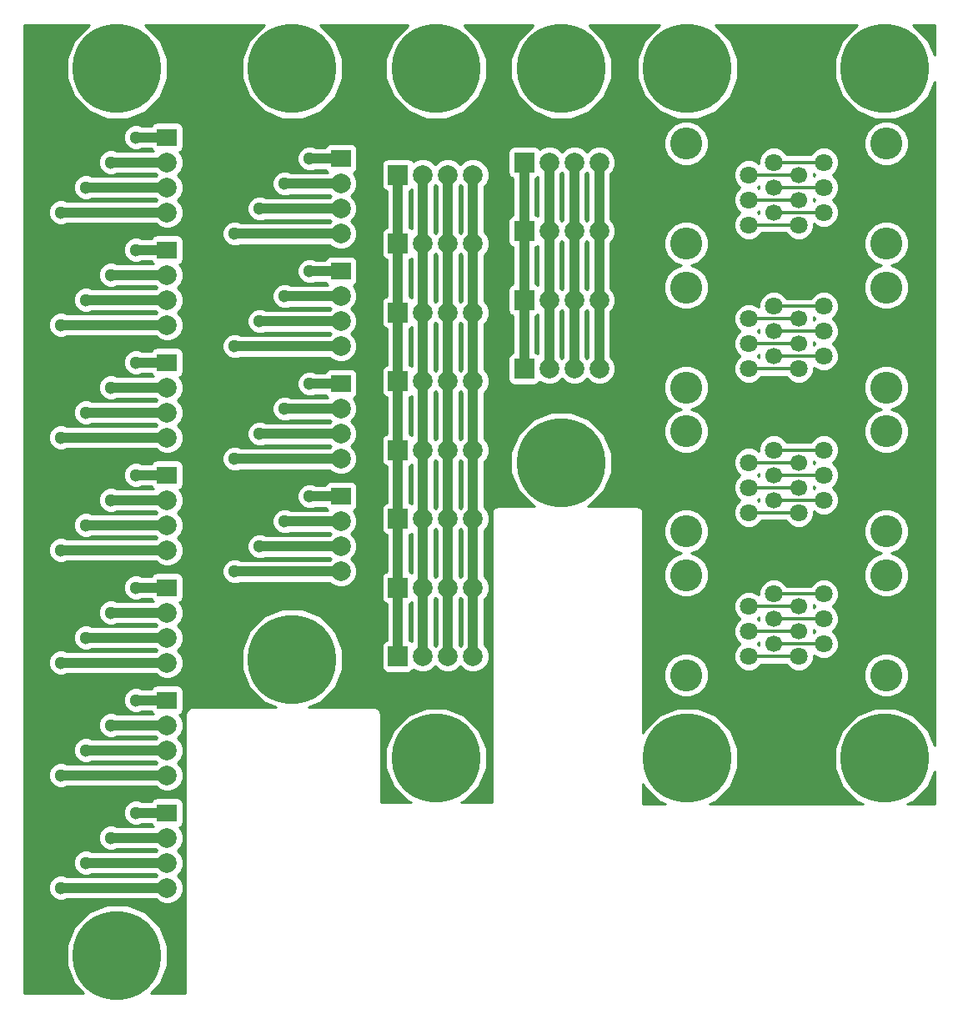
<source format=gbl>
G04 #@! TF.FileFunction,Copper,L2,Bot,Signal*
%FSLAX46Y46*%
G04 Gerber Fmt 4.6, Leading zero omitted, Abs format (unit mm)*
G04 Created by KiCad (PCBNEW 4.0.5+dfsg1-4) date Tue Nov 20 18:09:02 2018*
%MOMM*%
%LPD*%
G01*
G04 APERTURE LIST*
%ADD10C,0.100000*%
%ADD11C,8.999220*%
%ADD12C,2.000000*%
%ADD13R,1.998980X1.998980*%
%ADD14C,1.998980*%
%ADD15R,1.998980X1.800860*%
%ADD16C,1.800860*%
%ADD17C,1.700000*%
%ADD18C,3.251200*%
%ADD19C,1.300000*%
%ADD20C,1.000000*%
%ADD21C,0.350000*%
%ADD22C,0.254000*%
G04 APERTURE END LIST*
D10*
D11*
X96520000Y-52070000D03*
D12*
X96520000Y-52070000D03*
D11*
X96520000Y-142113000D03*
D12*
X96520000Y-142113000D03*
D11*
X114300000Y-112077500D03*
D12*
X114300000Y-112077500D03*
D11*
X114300000Y-52070000D03*
D12*
X114300000Y-52070000D03*
D11*
X128905000Y-122110500D03*
D12*
X128905000Y-122110500D03*
D11*
X128905000Y-52070000D03*
D12*
X128905000Y-52070000D03*
D11*
X141605000Y-52070000D03*
D12*
X141605000Y-52070000D03*
D11*
X141605000Y-92075000D03*
D12*
X141605000Y-92075000D03*
D13*
X137858500Y-75565000D03*
D14*
X140398500Y-75565000D03*
X142938500Y-75565000D03*
X145478500Y-75565000D03*
D13*
X137858500Y-61595000D03*
D14*
X140398500Y-61595000D03*
X142938500Y-61595000D03*
X145478500Y-61595000D03*
D13*
X137858500Y-82550000D03*
D14*
X140398500Y-82550000D03*
X142938500Y-82550000D03*
X145478500Y-82550000D03*
D13*
X137858500Y-68580000D03*
D14*
X140398500Y-68580000D03*
X142938500Y-68580000D03*
X145478500Y-68580000D03*
D13*
X125031500Y-111760000D03*
D14*
X127571500Y-111760000D03*
X130111500Y-111760000D03*
X132651500Y-111760000D03*
D13*
X125031500Y-104775000D03*
D14*
X127571500Y-104775000D03*
X130111500Y-104775000D03*
X132651500Y-104775000D03*
D13*
X125031500Y-97790000D03*
D14*
X127571500Y-97790000D03*
X130111500Y-97790000D03*
X132651500Y-97790000D03*
D13*
X125031500Y-62865000D03*
D14*
X127571500Y-62865000D03*
X130111500Y-62865000D03*
X132651500Y-62865000D03*
D13*
X125031500Y-90805000D03*
D14*
X127571500Y-90805000D03*
X130111500Y-90805000D03*
X132651500Y-90805000D03*
D13*
X125031500Y-69850000D03*
D14*
X127571500Y-69850000D03*
X130111500Y-69850000D03*
X132651500Y-69850000D03*
D13*
X125031500Y-83820000D03*
D14*
X127571500Y-83820000D03*
X130111500Y-83820000D03*
X132651500Y-83820000D03*
D13*
X125031500Y-76835000D03*
D14*
X127571500Y-76835000D03*
X130111500Y-76835000D03*
X132651500Y-76835000D03*
D15*
X119253000Y-95504000D03*
D14*
X119253000Y-98044000D03*
X119253000Y-100584000D03*
X119253000Y-103124000D03*
D15*
X119253000Y-84074000D03*
D14*
X119253000Y-86614000D03*
X119253000Y-89154000D03*
X119253000Y-91694000D03*
D15*
X119253000Y-72644000D03*
D14*
X119253000Y-75184000D03*
X119253000Y-77724000D03*
X119253000Y-80264000D03*
D15*
X119253000Y-61214000D03*
D14*
X119253000Y-63754000D03*
X119253000Y-66294000D03*
X119253000Y-68834000D03*
D15*
X101600000Y-93345000D03*
D14*
X101600000Y-95885000D03*
X101600000Y-98425000D03*
X101600000Y-100965000D03*
D15*
X101600000Y-59055000D03*
D14*
X101600000Y-61595000D03*
X101600000Y-64135000D03*
X101600000Y-66675000D03*
D15*
X101600000Y-81915000D03*
D14*
X101600000Y-84455000D03*
X101600000Y-86995000D03*
X101600000Y-89535000D03*
D15*
X101600000Y-70485000D03*
D14*
X101600000Y-73025000D03*
X101600000Y-75565000D03*
X101600000Y-78105000D03*
D15*
X101600000Y-116205000D03*
D14*
X101600000Y-118745000D03*
X101600000Y-121285000D03*
X101600000Y-123825000D03*
D15*
X101600000Y-127635000D03*
D14*
X101600000Y-130175000D03*
X101600000Y-132715000D03*
X101600000Y-135255000D03*
D15*
X101600000Y-104775000D03*
D14*
X101600000Y-107315000D03*
X101600000Y-109855000D03*
X101600000Y-112395000D03*
D11*
X154432000Y-52070000D03*
D12*
X154432000Y-52070000D03*
D11*
X174498000Y-52070000D03*
D12*
X174498000Y-52070000D03*
D11*
X154432000Y-122110500D03*
D12*
X154432000Y-122110500D03*
D11*
X174498000Y-122110500D03*
D12*
X174498000Y-122110500D03*
D16*
X160655000Y-109220000D03*
X160655000Y-106680000D03*
X160655000Y-111760000D03*
X163195000Y-105410000D03*
D17*
X163195000Y-107950000D03*
X163195000Y-110490000D03*
D18*
X154305000Y-113665000D03*
X154305000Y-103505000D03*
D16*
X168275000Y-107950000D03*
X168275000Y-110490000D03*
X168275000Y-105410000D03*
X165735000Y-111760000D03*
D17*
X165735000Y-109220000D03*
X165735000Y-106680000D03*
D18*
X174625000Y-103505000D03*
X174625000Y-113665000D03*
D16*
X160655000Y-94615000D03*
X160655000Y-92075000D03*
X160655000Y-97155000D03*
X163195000Y-90805000D03*
D17*
X163195000Y-93345000D03*
X163195000Y-95885000D03*
D18*
X154305000Y-99060000D03*
X154305000Y-88900000D03*
D16*
X168275000Y-93345000D03*
X168275000Y-95885000D03*
X168275000Y-90805000D03*
X165735000Y-97155000D03*
D17*
X165735000Y-94615000D03*
X165735000Y-92075000D03*
D18*
X174625000Y-88900000D03*
X174625000Y-99060000D03*
D16*
X160655000Y-80010000D03*
X160655000Y-77470000D03*
X160655000Y-82550000D03*
X163195000Y-76200000D03*
D17*
X163195000Y-78740000D03*
X163195000Y-81280000D03*
D18*
X154305000Y-84455000D03*
X154305000Y-74295000D03*
D16*
X168275000Y-78740000D03*
X168275000Y-81280000D03*
X168275000Y-76200000D03*
X165735000Y-82550000D03*
D17*
X165735000Y-80010000D03*
X165735000Y-77470000D03*
D18*
X174625000Y-74295000D03*
X174625000Y-84455000D03*
D16*
X160655000Y-65405000D03*
X160655000Y-62865000D03*
X160655000Y-67945000D03*
X163195000Y-61595000D03*
D17*
X163195000Y-64135000D03*
X163195000Y-66675000D03*
D18*
X154305000Y-69850000D03*
X154305000Y-59690000D03*
D16*
X168275000Y-64135000D03*
X168275000Y-66675000D03*
X168275000Y-61595000D03*
X165735000Y-67945000D03*
D17*
X165735000Y-65405000D03*
X165735000Y-62865000D03*
D18*
X174625000Y-59690000D03*
X174625000Y-69850000D03*
D19*
X98425000Y-70485000D03*
X98425000Y-81915000D03*
X98425000Y-93345000D03*
X98425000Y-104775000D03*
X98425000Y-116205000D03*
X98425000Y-127635000D03*
X98425000Y-59055000D03*
X95885000Y-73025000D03*
X95885000Y-84455000D03*
X95885000Y-95885000D03*
X95885000Y-107315000D03*
X95885000Y-118745000D03*
X95885000Y-61595000D03*
X95885000Y-130175000D03*
X93345000Y-75565000D03*
X93345000Y-86995000D03*
X93345000Y-98425000D03*
X93345000Y-109855000D03*
X93345000Y-121285000D03*
X93345000Y-64135000D03*
X93345000Y-132715000D03*
X90805000Y-78105000D03*
X90805000Y-89535000D03*
X90805000Y-100965000D03*
X90805000Y-112395000D03*
X90805000Y-123825000D03*
X90805000Y-135255000D03*
X90805000Y-66675000D03*
X101600000Y-135255000D03*
X116078000Y-84074000D03*
X116078000Y-72644000D03*
X116078000Y-95504000D03*
X116078000Y-61214000D03*
X113538000Y-86614000D03*
X113538000Y-75184000D03*
X113538000Y-98044000D03*
X113538000Y-63754000D03*
X110998000Y-89154000D03*
X110998000Y-77724000D03*
X110998000Y-66294000D03*
X110998000Y-100584000D03*
X108458000Y-91694000D03*
X108458000Y-80264000D03*
X108458000Y-103124000D03*
X108458000Y-68834000D03*
D20*
X125031500Y-62865000D02*
X125031500Y-69850000D01*
X125031500Y-69850000D02*
X125031500Y-76835000D01*
X125031500Y-76835000D02*
X125031500Y-83820000D01*
X125031500Y-83820000D02*
X125031500Y-90805000D01*
X125031500Y-90805000D02*
X125031500Y-97790000D01*
X125031500Y-97790000D02*
X125031500Y-104775000D01*
X125031500Y-104775000D02*
X125031500Y-111760000D01*
X127571500Y-76835000D02*
X127571500Y-83820000D01*
X127571500Y-69850000D02*
X127571500Y-76835000D01*
X127571500Y-62865000D02*
X127571500Y-69850000D01*
X127571500Y-90805000D02*
X127571500Y-83820000D01*
X127571500Y-97790000D02*
X127571500Y-90805000D01*
X127571500Y-104775000D02*
X127571500Y-97790000D01*
X127571500Y-111760000D02*
X127571500Y-104775000D01*
X130111500Y-69850000D02*
X130111500Y-62865000D01*
X130111500Y-76835000D02*
X130111500Y-69850000D01*
X130111500Y-83820000D02*
X130111500Y-76835000D01*
X130111500Y-104775000D02*
X130111500Y-111760000D01*
X130111500Y-97790000D02*
X130111500Y-104775000D01*
X130111500Y-90805000D02*
X130111500Y-97790000D01*
X130111500Y-83820000D02*
X130111500Y-90805000D01*
X132651500Y-76835000D02*
X132651500Y-83820000D01*
X132651500Y-69850000D02*
X132651500Y-76835000D01*
X132651500Y-62865000D02*
X132651500Y-69850000D01*
X132651500Y-90805000D02*
X132651500Y-83820000D01*
X132651500Y-97790000D02*
X132651500Y-90805000D01*
X132651500Y-104775000D02*
X132651500Y-97790000D01*
X132651500Y-111760000D02*
X132651500Y-104775000D01*
X101600000Y-70485000D02*
X98425000Y-70485000D01*
X101600000Y-81915000D02*
X98425000Y-81915000D01*
X101600000Y-93345000D02*
X98425000Y-93345000D01*
X101600000Y-104775000D02*
X98425000Y-104775000D01*
X101600000Y-116205000D02*
X98425000Y-116205000D01*
X101600000Y-59055000D02*
X98425000Y-59055000D01*
X98425000Y-127635000D02*
X101600000Y-127635000D01*
X101600000Y-73025000D02*
X95885000Y-73025000D01*
X101600000Y-84455000D02*
X95885000Y-84455000D01*
X101600000Y-95885000D02*
X95885000Y-95885000D01*
X101600000Y-107315000D02*
X95885000Y-107315000D01*
X101600000Y-118745000D02*
X95885000Y-118745000D01*
X101600000Y-130175000D02*
X95885000Y-130175000D01*
X95885000Y-61595000D02*
X101600000Y-61595000D01*
X101600000Y-75565000D02*
X93345000Y-75565000D01*
X101600000Y-86995000D02*
X93345000Y-86995000D01*
X101600000Y-98425000D02*
X93345000Y-98425000D01*
X101600000Y-109855000D02*
X93345000Y-109855000D01*
X101600000Y-121285000D02*
X93345000Y-121285000D01*
X101600000Y-132715000D02*
X93345000Y-132715000D01*
X93345000Y-64135000D02*
X101600000Y-64135000D01*
X101600000Y-78105000D02*
X90805000Y-78105000D01*
X101600000Y-89535000D02*
X90805000Y-89535000D01*
X101600000Y-100965000D02*
X90805000Y-100965000D01*
X101600000Y-112395000D02*
X90805000Y-112395000D01*
X101600000Y-123825000D02*
X90805000Y-123825000D01*
X101600000Y-66675000D02*
X90805000Y-66675000D01*
X90805000Y-135255000D02*
X101600000Y-135255000D01*
X137858500Y-75565000D02*
X137858500Y-82550000D01*
X137858500Y-68580000D02*
X137858500Y-75565000D01*
X137858500Y-61595000D02*
X137858500Y-68580000D01*
X140398500Y-75565000D02*
X140398500Y-82550000D01*
X140398500Y-68580000D02*
X140398500Y-75565000D01*
X140398500Y-61595000D02*
X140398500Y-68580000D01*
X142938500Y-68580000D02*
X142938500Y-61595000D01*
X142938500Y-75565000D02*
X142938500Y-68580000D01*
X142938500Y-82550000D02*
X142938500Y-75565000D01*
X145478500Y-75565000D02*
X145478500Y-82550000D01*
X145478500Y-68580000D02*
X145478500Y-75565000D01*
X145478500Y-61595000D02*
X145478500Y-68580000D01*
X119253000Y-84074000D02*
X116078000Y-84074000D01*
X119253000Y-72644000D02*
X116078000Y-72644000D01*
X119253000Y-61214000D02*
X116078000Y-61214000D01*
X116078000Y-95504000D02*
X119253000Y-95504000D01*
X119253000Y-86614000D02*
X113538000Y-86614000D01*
X119253000Y-75184000D02*
X113538000Y-75184000D01*
X119253000Y-63754000D02*
X113538000Y-63754000D01*
X113538000Y-98044000D02*
X119253000Y-98044000D01*
X119253000Y-89154000D02*
X110998000Y-89154000D01*
X119253000Y-77724000D02*
X110998000Y-77724000D01*
X119253000Y-100584000D02*
X110998000Y-100584000D01*
X110998000Y-66294000D02*
X119253000Y-66294000D01*
X119253000Y-91694000D02*
X108458000Y-91694000D01*
X119253000Y-80264000D02*
X108458000Y-80264000D01*
X119253000Y-68834000D02*
X108458000Y-68834000D01*
X108458000Y-103124000D02*
X119253000Y-103124000D01*
D21*
X163195000Y-64135000D02*
X168275000Y-64135000D01*
X163195000Y-66675000D02*
X168275000Y-66675000D01*
X163195000Y-61595000D02*
X168275000Y-61595000D01*
X165735000Y-67945000D02*
X160655000Y-67945000D01*
X165735000Y-65405000D02*
X160655000Y-65405000D01*
X160655000Y-62865000D02*
X165735000Y-62865000D01*
X163195000Y-78740000D02*
X168275000Y-78740000D01*
X168275000Y-81280000D02*
X163195000Y-81280000D01*
X163195000Y-76200000D02*
X168275000Y-76200000D01*
X160655000Y-82550000D02*
X165735000Y-82550000D01*
X160655000Y-80010000D02*
X165735000Y-80010000D01*
X165735000Y-77470000D02*
X160655000Y-77470000D01*
X163195000Y-93345000D02*
X168275000Y-93345000D01*
X163195000Y-95885000D02*
X168275000Y-95885000D01*
X163195000Y-90805000D02*
X168275000Y-90805000D01*
X165735000Y-97155000D02*
X160655000Y-97155000D01*
X165735000Y-94615000D02*
X160655000Y-94615000D01*
X165735000Y-92075000D02*
X160655000Y-92075000D01*
X163195000Y-107950000D02*
X168275000Y-107950000D01*
X163195000Y-110490000D02*
X168275000Y-110490000D01*
X163195000Y-105410000D02*
X168275000Y-105410000D01*
X165735000Y-111760000D02*
X160655000Y-111760000D01*
X165735000Y-109220000D02*
X160655000Y-109220000D01*
X165735000Y-106680000D02*
X160655000Y-106680000D01*
D22*
G36*
X93615277Y-47714551D02*
X92169628Y-49157680D01*
X91386283Y-51044182D01*
X91384501Y-53086856D01*
X92164551Y-54974723D01*
X93607680Y-56420372D01*
X95494182Y-57203717D01*
X97536856Y-57205499D01*
X99424723Y-56425449D01*
X100870372Y-54982320D01*
X101653717Y-53095818D01*
X101655499Y-51053144D01*
X100875449Y-49165277D01*
X99432320Y-47719628D01*
X99385051Y-47700000D01*
X111430493Y-47700000D01*
X111395277Y-47714551D01*
X109949628Y-49157680D01*
X109166283Y-51044182D01*
X109164501Y-53086856D01*
X109944551Y-54974723D01*
X111387680Y-56420372D01*
X113274182Y-57203717D01*
X115316856Y-57205499D01*
X117204723Y-56425449D01*
X118650372Y-54982320D01*
X119433717Y-53095818D01*
X119435499Y-51053144D01*
X118655449Y-49165277D01*
X117212320Y-47719628D01*
X117165051Y-47700000D01*
X126035493Y-47700000D01*
X126000277Y-47714551D01*
X124554628Y-49157680D01*
X123771283Y-51044182D01*
X123769501Y-53086856D01*
X124549551Y-54974723D01*
X125992680Y-56420372D01*
X127879182Y-57203717D01*
X129921856Y-57205499D01*
X131809723Y-56425449D01*
X133255372Y-54982320D01*
X134038717Y-53095818D01*
X134040499Y-51053144D01*
X133260449Y-49165277D01*
X131817320Y-47719628D01*
X131770051Y-47700000D01*
X138735493Y-47700000D01*
X138700277Y-47714551D01*
X137254628Y-49157680D01*
X136471283Y-51044182D01*
X136469501Y-53086856D01*
X137249551Y-54974723D01*
X138692680Y-56420372D01*
X140579182Y-57203717D01*
X142621856Y-57205499D01*
X144509723Y-56425449D01*
X145955372Y-54982320D01*
X146738717Y-53095818D01*
X146740499Y-51053144D01*
X145960449Y-49165277D01*
X144517320Y-47719628D01*
X144470051Y-47700000D01*
X151562493Y-47700000D01*
X151527277Y-47714551D01*
X150081628Y-49157680D01*
X149298283Y-51044182D01*
X149296501Y-53086856D01*
X150076551Y-54974723D01*
X151519680Y-56420372D01*
X153406182Y-57203717D01*
X155448856Y-57205499D01*
X157336723Y-56425449D01*
X158782372Y-54982320D01*
X159565717Y-53095818D01*
X159567499Y-51053144D01*
X158787449Y-49165277D01*
X157344320Y-47719628D01*
X157297051Y-47700000D01*
X171628493Y-47700000D01*
X171593277Y-47714551D01*
X170147628Y-49157680D01*
X169364283Y-51044182D01*
X169362501Y-53086856D01*
X170142551Y-54974723D01*
X171585680Y-56420372D01*
X173472182Y-57203717D01*
X175514856Y-57205499D01*
X177402723Y-56425449D01*
X178848372Y-54982320D01*
X179503000Y-53405803D01*
X179503000Y-120777812D01*
X178853449Y-119205777D01*
X177410320Y-117760128D01*
X175523818Y-116976783D01*
X173481144Y-116975001D01*
X171593277Y-117755051D01*
X170147628Y-119198180D01*
X169364283Y-121084682D01*
X169362501Y-123127356D01*
X170142551Y-125015223D01*
X171585680Y-126460872D01*
X172244649Y-126734500D01*
X156686779Y-126734500D01*
X157336723Y-126465949D01*
X158782372Y-125022820D01*
X159565717Y-123136318D01*
X159567499Y-121093644D01*
X158787449Y-119205777D01*
X157344320Y-117760128D01*
X155457818Y-116976783D01*
X153415144Y-116975001D01*
X151527277Y-117755051D01*
X150081628Y-119198180D01*
X149935000Y-119551299D01*
X149935000Y-114112688D01*
X152044008Y-114112688D01*
X152387439Y-114943854D01*
X153022801Y-115580326D01*
X153853366Y-115925207D01*
X154752688Y-115925992D01*
X155583854Y-115582561D01*
X156220326Y-114947199D01*
X156565207Y-114116634D01*
X156565210Y-114112688D01*
X172364008Y-114112688D01*
X172707439Y-114943854D01*
X173342801Y-115580326D01*
X174173366Y-115925207D01*
X175072688Y-115925992D01*
X175903854Y-115582561D01*
X176540326Y-114947199D01*
X176885207Y-114116634D01*
X176885992Y-113217312D01*
X176542561Y-112386146D01*
X175907199Y-111749674D01*
X175076634Y-111404793D01*
X174177312Y-111404008D01*
X173346146Y-111747439D01*
X172709674Y-112382801D01*
X172364793Y-113213366D01*
X172364008Y-114112688D01*
X156565210Y-114112688D01*
X156565992Y-113217312D01*
X156222561Y-112386146D01*
X155587199Y-111749674D01*
X154756634Y-111404793D01*
X153857312Y-111404008D01*
X153026146Y-111747439D01*
X152389674Y-112382801D01*
X152044793Y-113213366D01*
X152044008Y-114112688D01*
X149935000Y-114112688D01*
X149935000Y-106984076D01*
X159119304Y-106984076D01*
X159352567Y-107548615D01*
X159753573Y-107950322D01*
X159354085Y-108349113D01*
X159119837Y-108913244D01*
X159119304Y-109524076D01*
X159352567Y-110088615D01*
X159753573Y-110490322D01*
X159354085Y-110889113D01*
X159119837Y-111453244D01*
X159119304Y-112064076D01*
X159352567Y-112628615D01*
X159784113Y-113060915D01*
X160348244Y-113295163D01*
X160959076Y-113295696D01*
X161523615Y-113062433D01*
X161955915Y-112630887D01*
X161981198Y-112570000D01*
X164408348Y-112570000D01*
X164432567Y-112628615D01*
X164864113Y-113060915D01*
X165428244Y-113295163D01*
X166039076Y-113295696D01*
X166603615Y-113062433D01*
X167035915Y-112630887D01*
X167270163Y-112066756D01*
X167270520Y-111657089D01*
X167404113Y-111790915D01*
X167968244Y-112025163D01*
X168579076Y-112025696D01*
X169143615Y-111792433D01*
X169575915Y-111360887D01*
X169810163Y-110796756D01*
X169810696Y-110185924D01*
X169577433Y-109621385D01*
X169176427Y-109219678D01*
X169575915Y-108820887D01*
X169810163Y-108256756D01*
X169810696Y-107645924D01*
X169577433Y-107081385D01*
X169176427Y-106679678D01*
X169575915Y-106280887D01*
X169810163Y-105716756D01*
X169810696Y-105105924D01*
X169577433Y-104541385D01*
X169145887Y-104109085D01*
X168581756Y-103874837D01*
X167970924Y-103874304D01*
X167406385Y-104107567D01*
X166974085Y-104539113D01*
X166948802Y-104600000D01*
X164521652Y-104600000D01*
X164497433Y-104541385D01*
X164065887Y-104109085D01*
X163501756Y-103874837D01*
X162890924Y-103874304D01*
X162326385Y-104107567D01*
X161894085Y-104539113D01*
X161659837Y-105103244D01*
X161659480Y-105512911D01*
X161525887Y-105379085D01*
X160961756Y-105144837D01*
X160350924Y-105144304D01*
X159786385Y-105377567D01*
X159354085Y-105809113D01*
X159119837Y-106373244D01*
X159119304Y-106984076D01*
X149935000Y-106984076D01*
X149935000Y-99507688D01*
X152044008Y-99507688D01*
X152387439Y-100338854D01*
X153022801Y-100975326D01*
X153763354Y-101282831D01*
X153026146Y-101587439D01*
X152389674Y-102222801D01*
X152044793Y-103053366D01*
X152044008Y-103952688D01*
X152387439Y-104783854D01*
X153022801Y-105420326D01*
X153853366Y-105765207D01*
X154752688Y-105765992D01*
X155583854Y-105422561D01*
X156220326Y-104787199D01*
X156565207Y-103956634D01*
X156565992Y-103057312D01*
X156222561Y-102226146D01*
X155587199Y-101589674D01*
X154846646Y-101282169D01*
X155583854Y-100977561D01*
X156220326Y-100342199D01*
X156565207Y-99511634D01*
X156565210Y-99507688D01*
X172364008Y-99507688D01*
X172707439Y-100338854D01*
X173342801Y-100975326D01*
X174083354Y-101282831D01*
X173346146Y-101587439D01*
X172709674Y-102222801D01*
X172364793Y-103053366D01*
X172364008Y-103952688D01*
X172707439Y-104783854D01*
X173342801Y-105420326D01*
X174173366Y-105765207D01*
X175072688Y-105765992D01*
X175903854Y-105422561D01*
X176540326Y-104787199D01*
X176885207Y-103956634D01*
X176885992Y-103057312D01*
X176542561Y-102226146D01*
X175907199Y-101589674D01*
X175166646Y-101282169D01*
X175903854Y-100977561D01*
X176540326Y-100342199D01*
X176885207Y-99511634D01*
X176885992Y-98612312D01*
X176542561Y-97781146D01*
X175907199Y-97144674D01*
X175076634Y-96799793D01*
X174177312Y-96799008D01*
X173346146Y-97142439D01*
X172709674Y-97777801D01*
X172364793Y-98608366D01*
X172364008Y-99507688D01*
X156565210Y-99507688D01*
X156565992Y-98612312D01*
X156222561Y-97781146D01*
X155587199Y-97144674D01*
X154756634Y-96799793D01*
X153857312Y-96799008D01*
X153026146Y-97142439D01*
X152389674Y-97777801D01*
X152044793Y-98608366D01*
X152044008Y-99507688D01*
X149935000Y-99507688D01*
X149935000Y-97218500D01*
X149880954Y-96946795D01*
X149727046Y-96716454D01*
X149496705Y-96562546D01*
X149225000Y-96508500D01*
X144320825Y-96508500D01*
X144509723Y-96430449D01*
X145955372Y-94987320D01*
X146738717Y-93100818D01*
X146739346Y-92379076D01*
X159119304Y-92379076D01*
X159352567Y-92943615D01*
X159753573Y-93345322D01*
X159354085Y-93744113D01*
X159119837Y-94308244D01*
X159119304Y-94919076D01*
X159352567Y-95483615D01*
X159753573Y-95885322D01*
X159354085Y-96284113D01*
X159119837Y-96848244D01*
X159119304Y-97459076D01*
X159352567Y-98023615D01*
X159784113Y-98455915D01*
X160348244Y-98690163D01*
X160959076Y-98690696D01*
X161523615Y-98457433D01*
X161955915Y-98025887D01*
X161981198Y-97965000D01*
X164408348Y-97965000D01*
X164432567Y-98023615D01*
X164864113Y-98455915D01*
X165428244Y-98690163D01*
X166039076Y-98690696D01*
X166603615Y-98457433D01*
X167035915Y-98025887D01*
X167270163Y-97461756D01*
X167270520Y-97052089D01*
X167404113Y-97185915D01*
X167968244Y-97420163D01*
X168579076Y-97420696D01*
X169143615Y-97187433D01*
X169575915Y-96755887D01*
X169810163Y-96191756D01*
X169810696Y-95580924D01*
X169577433Y-95016385D01*
X169176427Y-94614678D01*
X169575915Y-94215887D01*
X169810163Y-93651756D01*
X169810696Y-93040924D01*
X169577433Y-92476385D01*
X169176427Y-92074678D01*
X169575915Y-91675887D01*
X169810163Y-91111756D01*
X169810696Y-90500924D01*
X169577433Y-89936385D01*
X169145887Y-89504085D01*
X168581756Y-89269837D01*
X167970924Y-89269304D01*
X167406385Y-89502567D01*
X166974085Y-89934113D01*
X166948802Y-89995000D01*
X164521652Y-89995000D01*
X164497433Y-89936385D01*
X164065887Y-89504085D01*
X163501756Y-89269837D01*
X162890924Y-89269304D01*
X162326385Y-89502567D01*
X161894085Y-89934113D01*
X161659837Y-90498244D01*
X161659480Y-90907911D01*
X161525887Y-90774085D01*
X160961756Y-90539837D01*
X160350924Y-90539304D01*
X159786385Y-90772567D01*
X159354085Y-91204113D01*
X159119837Y-91768244D01*
X159119304Y-92379076D01*
X146739346Y-92379076D01*
X146740499Y-91058144D01*
X145960449Y-89170277D01*
X144517320Y-87724628D01*
X142630818Y-86941283D01*
X140588144Y-86939501D01*
X138700277Y-87719551D01*
X137254628Y-89162680D01*
X136471283Y-91049182D01*
X136469501Y-93091856D01*
X137249551Y-94979723D01*
X138692680Y-96425372D01*
X138892874Y-96508500D01*
X135255000Y-96508500D01*
X134983295Y-96562546D01*
X134752954Y-96716454D01*
X134599046Y-96946795D01*
X134545000Y-97218500D01*
X134545000Y-126607500D01*
X131467143Y-126607500D01*
X131809723Y-126465949D01*
X133255372Y-125022820D01*
X134038717Y-123136318D01*
X134040499Y-121093644D01*
X133260449Y-119205777D01*
X131817320Y-117760128D01*
X129930818Y-116976783D01*
X127888144Y-116975001D01*
X126000277Y-117755051D01*
X124554628Y-119198180D01*
X123771283Y-121084682D01*
X123769501Y-123127356D01*
X124549551Y-125015223D01*
X125992680Y-126460872D01*
X126345799Y-126607500D01*
X123328500Y-126607500D01*
X123328500Y-117665500D01*
X123274454Y-117393795D01*
X123120546Y-117163454D01*
X122890205Y-117009546D01*
X122618500Y-116955500D01*
X115940052Y-116955500D01*
X117204723Y-116432949D01*
X118650372Y-114989820D01*
X119433717Y-113103318D01*
X119435499Y-111060644D01*
X118655449Y-109172777D01*
X117212320Y-107727128D01*
X115325818Y-106943783D01*
X113283144Y-106942001D01*
X111395277Y-107722051D01*
X109949628Y-109165180D01*
X109166283Y-111051682D01*
X109164501Y-113094356D01*
X109944551Y-114982223D01*
X111387680Y-116427872D01*
X112658348Y-116955500D01*
X104140000Y-116955500D01*
X103868295Y-117009546D01*
X103637954Y-117163454D01*
X103484046Y-117393795D01*
X103430000Y-117665500D01*
X103430000Y-145975000D01*
X99919034Y-145975000D01*
X100870372Y-145025320D01*
X101653717Y-143138818D01*
X101655499Y-141096144D01*
X100875449Y-139208277D01*
X99432320Y-137762628D01*
X97545818Y-136979283D01*
X95503144Y-136977501D01*
X93615277Y-137757551D01*
X92169628Y-139200680D01*
X91386283Y-141087182D01*
X91384501Y-143129856D01*
X92164551Y-145017723D01*
X93120159Y-145975000D01*
X87070000Y-145975000D01*
X87070000Y-135509481D01*
X89519777Y-135509481D01*
X89714995Y-135981943D01*
X90076155Y-136343735D01*
X90548276Y-136539777D01*
X91059481Y-136540223D01*
X91423047Y-136390000D01*
X100423516Y-136390000D01*
X100672927Y-136639846D01*
X101273453Y-136889206D01*
X101923694Y-136889774D01*
X102524655Y-136641462D01*
X102984846Y-136182073D01*
X103234206Y-135581547D01*
X103234774Y-134931306D01*
X102986462Y-134330345D01*
X102641520Y-133984801D01*
X102984846Y-133642073D01*
X103234206Y-133041547D01*
X103234774Y-132391306D01*
X102986462Y-131790345D01*
X102641520Y-131444801D01*
X102984846Y-131102073D01*
X103234206Y-130501547D01*
X103234774Y-129851306D01*
X102986462Y-129250345D01*
X102859221Y-129122882D01*
X103050931Y-128999520D01*
X103195921Y-128787320D01*
X103246930Y-128535430D01*
X103246930Y-126734570D01*
X103202652Y-126499253D01*
X103063580Y-126283129D01*
X102851380Y-126138139D01*
X102599490Y-126087130D01*
X100600510Y-126087130D01*
X100365193Y-126131408D01*
X100149069Y-126270480D01*
X100004079Y-126482680D01*
X100000572Y-126500000D01*
X99042427Y-126500000D01*
X98681724Y-126350223D01*
X98170519Y-126349777D01*
X97698057Y-126544995D01*
X97336265Y-126906155D01*
X97140223Y-127378276D01*
X97139777Y-127889481D01*
X97334995Y-128361943D01*
X97696155Y-128723735D01*
X98168276Y-128919777D01*
X98679481Y-128920223D01*
X99043047Y-128770000D01*
X99997207Y-128770000D01*
X99997348Y-128770747D01*
X100136420Y-128986871D01*
X100214177Y-129040000D01*
X96502427Y-129040000D01*
X96141724Y-128890223D01*
X95630519Y-128889777D01*
X95158057Y-129084995D01*
X94796265Y-129446155D01*
X94600223Y-129918276D01*
X94599777Y-130429481D01*
X94794995Y-130901943D01*
X95156155Y-131263735D01*
X95628276Y-131459777D01*
X96139481Y-131460223D01*
X96503047Y-131310000D01*
X100423516Y-131310000D01*
X100558480Y-131445199D01*
X100423444Y-131580000D01*
X93962427Y-131580000D01*
X93601724Y-131430223D01*
X93090519Y-131429777D01*
X92618057Y-131624995D01*
X92256265Y-131986155D01*
X92060223Y-132458276D01*
X92059777Y-132969481D01*
X92254995Y-133441943D01*
X92616155Y-133803735D01*
X93088276Y-133999777D01*
X93599481Y-134000223D01*
X93963047Y-133850000D01*
X100423516Y-133850000D01*
X100558480Y-133985199D01*
X100423444Y-134120000D01*
X91422427Y-134120000D01*
X91061724Y-133970223D01*
X90550519Y-133969777D01*
X90078057Y-134164995D01*
X89716265Y-134526155D01*
X89520223Y-134998276D01*
X89519777Y-135509481D01*
X87070000Y-135509481D01*
X87070000Y-124079481D01*
X89519777Y-124079481D01*
X89714995Y-124551943D01*
X90076155Y-124913735D01*
X90548276Y-125109777D01*
X91059481Y-125110223D01*
X91423047Y-124960000D01*
X100423516Y-124960000D01*
X100672927Y-125209846D01*
X101273453Y-125459206D01*
X101923694Y-125459774D01*
X102524655Y-125211462D01*
X102984846Y-124752073D01*
X103234206Y-124151547D01*
X103234774Y-123501306D01*
X102986462Y-122900345D01*
X102641520Y-122554801D01*
X102984846Y-122212073D01*
X103234206Y-121611547D01*
X103234774Y-120961306D01*
X102986462Y-120360345D01*
X102641520Y-120014801D01*
X102984846Y-119672073D01*
X103234206Y-119071547D01*
X103234774Y-118421306D01*
X102986462Y-117820345D01*
X102859221Y-117692882D01*
X103050931Y-117569520D01*
X103195921Y-117357320D01*
X103246930Y-117105430D01*
X103246930Y-115304570D01*
X103202652Y-115069253D01*
X103063580Y-114853129D01*
X102851380Y-114708139D01*
X102599490Y-114657130D01*
X100600510Y-114657130D01*
X100365193Y-114701408D01*
X100149069Y-114840480D01*
X100004079Y-115052680D01*
X100000572Y-115070000D01*
X99042427Y-115070000D01*
X98681724Y-114920223D01*
X98170519Y-114919777D01*
X97698057Y-115114995D01*
X97336265Y-115476155D01*
X97140223Y-115948276D01*
X97139777Y-116459481D01*
X97334995Y-116931943D01*
X97696155Y-117293735D01*
X98168276Y-117489777D01*
X98679481Y-117490223D01*
X99043047Y-117340000D01*
X99997207Y-117340000D01*
X99997348Y-117340747D01*
X100136420Y-117556871D01*
X100214177Y-117610000D01*
X96502427Y-117610000D01*
X96141724Y-117460223D01*
X95630519Y-117459777D01*
X95158057Y-117654995D01*
X94796265Y-118016155D01*
X94600223Y-118488276D01*
X94599777Y-118999481D01*
X94794995Y-119471943D01*
X95156155Y-119833735D01*
X95628276Y-120029777D01*
X96139481Y-120030223D01*
X96503047Y-119880000D01*
X100423516Y-119880000D01*
X100558480Y-120015199D01*
X100423444Y-120150000D01*
X93962427Y-120150000D01*
X93601724Y-120000223D01*
X93090519Y-119999777D01*
X92618057Y-120194995D01*
X92256265Y-120556155D01*
X92060223Y-121028276D01*
X92059777Y-121539481D01*
X92254995Y-122011943D01*
X92616155Y-122373735D01*
X93088276Y-122569777D01*
X93599481Y-122570223D01*
X93963047Y-122420000D01*
X100423516Y-122420000D01*
X100558480Y-122555199D01*
X100423444Y-122690000D01*
X91422427Y-122690000D01*
X91061724Y-122540223D01*
X90550519Y-122539777D01*
X90078057Y-122734995D01*
X89716265Y-123096155D01*
X89520223Y-123568276D01*
X89519777Y-124079481D01*
X87070000Y-124079481D01*
X87070000Y-112649481D01*
X89519777Y-112649481D01*
X89714995Y-113121943D01*
X90076155Y-113483735D01*
X90548276Y-113679777D01*
X91059481Y-113680223D01*
X91423047Y-113530000D01*
X100423516Y-113530000D01*
X100672927Y-113779846D01*
X101273453Y-114029206D01*
X101923694Y-114029774D01*
X102524655Y-113781462D01*
X102984846Y-113322073D01*
X103234206Y-112721547D01*
X103234774Y-112071306D01*
X102986462Y-111470345D01*
X102641520Y-111124801D01*
X102984846Y-110782073D01*
X103234206Y-110181547D01*
X103234774Y-109531306D01*
X102986462Y-108930345D01*
X102641520Y-108584801D01*
X102984846Y-108242073D01*
X103234206Y-107641547D01*
X103234774Y-106991306D01*
X102986462Y-106390345D01*
X102859221Y-106262882D01*
X103050931Y-106139520D01*
X103195921Y-105927320D01*
X103246930Y-105675430D01*
X103246930Y-103874570D01*
X103202652Y-103639253D01*
X103063580Y-103423129D01*
X102998236Y-103378481D01*
X107172777Y-103378481D01*
X107367995Y-103850943D01*
X107729155Y-104212735D01*
X108201276Y-104408777D01*
X108712481Y-104409223D01*
X109076047Y-104259000D01*
X118076516Y-104259000D01*
X118325927Y-104508846D01*
X118926453Y-104758206D01*
X119576694Y-104758774D01*
X120177655Y-104510462D01*
X120637846Y-104051073D01*
X120887206Y-103450547D01*
X120887774Y-102800306D01*
X120639462Y-102199345D01*
X120294520Y-101853801D01*
X120637846Y-101511073D01*
X120887206Y-100910547D01*
X120887774Y-100260306D01*
X120639462Y-99659345D01*
X120294520Y-99313801D01*
X120637846Y-98971073D01*
X120887206Y-98370547D01*
X120887774Y-97720306D01*
X120639462Y-97119345D01*
X120512221Y-96991882D01*
X120703931Y-96868520D01*
X120848921Y-96656320D01*
X120899930Y-96404430D01*
X120899930Y-94603570D01*
X120855652Y-94368253D01*
X120716580Y-94152129D01*
X120504380Y-94007139D01*
X120252490Y-93956130D01*
X118253510Y-93956130D01*
X118018193Y-94000408D01*
X117802069Y-94139480D01*
X117657079Y-94351680D01*
X117653572Y-94369000D01*
X116695427Y-94369000D01*
X116334724Y-94219223D01*
X115823519Y-94218777D01*
X115351057Y-94413995D01*
X114989265Y-94775155D01*
X114793223Y-95247276D01*
X114792777Y-95758481D01*
X114987995Y-96230943D01*
X115349155Y-96592735D01*
X115821276Y-96788777D01*
X116332481Y-96789223D01*
X116696047Y-96639000D01*
X117650207Y-96639000D01*
X117650348Y-96639747D01*
X117789420Y-96855871D01*
X117867177Y-96909000D01*
X114155427Y-96909000D01*
X113794724Y-96759223D01*
X113283519Y-96758777D01*
X112811057Y-96953995D01*
X112449265Y-97315155D01*
X112253223Y-97787276D01*
X112252777Y-98298481D01*
X112447995Y-98770943D01*
X112809155Y-99132735D01*
X113281276Y-99328777D01*
X113792481Y-99329223D01*
X114156047Y-99179000D01*
X118076516Y-99179000D01*
X118211480Y-99314199D01*
X118076444Y-99449000D01*
X111615427Y-99449000D01*
X111254724Y-99299223D01*
X110743519Y-99298777D01*
X110271057Y-99493995D01*
X109909265Y-99855155D01*
X109713223Y-100327276D01*
X109712777Y-100838481D01*
X109907995Y-101310943D01*
X110269155Y-101672735D01*
X110741276Y-101868777D01*
X111252481Y-101869223D01*
X111616047Y-101719000D01*
X118076516Y-101719000D01*
X118211480Y-101854199D01*
X118076444Y-101989000D01*
X109075427Y-101989000D01*
X108714724Y-101839223D01*
X108203519Y-101838777D01*
X107731057Y-102033995D01*
X107369265Y-102395155D01*
X107173223Y-102867276D01*
X107172777Y-103378481D01*
X102998236Y-103378481D01*
X102851380Y-103278139D01*
X102599490Y-103227130D01*
X100600510Y-103227130D01*
X100365193Y-103271408D01*
X100149069Y-103410480D01*
X100004079Y-103622680D01*
X100000572Y-103640000D01*
X99042427Y-103640000D01*
X98681724Y-103490223D01*
X98170519Y-103489777D01*
X97698057Y-103684995D01*
X97336265Y-104046155D01*
X97140223Y-104518276D01*
X97139777Y-105029481D01*
X97334995Y-105501943D01*
X97696155Y-105863735D01*
X98168276Y-106059777D01*
X98679481Y-106060223D01*
X99043047Y-105910000D01*
X99997207Y-105910000D01*
X99997348Y-105910747D01*
X100136420Y-106126871D01*
X100214177Y-106180000D01*
X96502427Y-106180000D01*
X96141724Y-106030223D01*
X95630519Y-106029777D01*
X95158057Y-106224995D01*
X94796265Y-106586155D01*
X94600223Y-107058276D01*
X94599777Y-107569481D01*
X94794995Y-108041943D01*
X95156155Y-108403735D01*
X95628276Y-108599777D01*
X96139481Y-108600223D01*
X96503047Y-108450000D01*
X100423516Y-108450000D01*
X100558480Y-108585199D01*
X100423444Y-108720000D01*
X93962427Y-108720000D01*
X93601724Y-108570223D01*
X93090519Y-108569777D01*
X92618057Y-108764995D01*
X92256265Y-109126155D01*
X92060223Y-109598276D01*
X92059777Y-110109481D01*
X92254995Y-110581943D01*
X92616155Y-110943735D01*
X93088276Y-111139777D01*
X93599481Y-111140223D01*
X93963047Y-110990000D01*
X100423516Y-110990000D01*
X100558480Y-111125199D01*
X100423444Y-111260000D01*
X91422427Y-111260000D01*
X91061724Y-111110223D01*
X90550519Y-111109777D01*
X90078057Y-111304995D01*
X89716265Y-111666155D01*
X89520223Y-112138276D01*
X89519777Y-112649481D01*
X87070000Y-112649481D01*
X87070000Y-101219481D01*
X89519777Y-101219481D01*
X89714995Y-101691943D01*
X90076155Y-102053735D01*
X90548276Y-102249777D01*
X91059481Y-102250223D01*
X91423047Y-102100000D01*
X100423516Y-102100000D01*
X100672927Y-102349846D01*
X101273453Y-102599206D01*
X101923694Y-102599774D01*
X102524655Y-102351462D01*
X102984846Y-101892073D01*
X103234206Y-101291547D01*
X103234774Y-100641306D01*
X102986462Y-100040345D01*
X102641520Y-99694801D01*
X102984846Y-99352073D01*
X103234206Y-98751547D01*
X103234774Y-98101306D01*
X102986462Y-97500345D01*
X102641520Y-97154801D01*
X102984846Y-96812073D01*
X103234206Y-96211547D01*
X103234774Y-95561306D01*
X102986462Y-94960345D01*
X102859221Y-94832882D01*
X103050931Y-94709520D01*
X103195921Y-94497320D01*
X103246930Y-94245430D01*
X103246930Y-92444570D01*
X103202652Y-92209253D01*
X103063580Y-91993129D01*
X102998236Y-91948481D01*
X107172777Y-91948481D01*
X107367995Y-92420943D01*
X107729155Y-92782735D01*
X108201276Y-92978777D01*
X108712481Y-92979223D01*
X109076047Y-92829000D01*
X118076516Y-92829000D01*
X118325927Y-93078846D01*
X118926453Y-93328206D01*
X119576694Y-93328774D01*
X120177655Y-93080462D01*
X120637846Y-92621073D01*
X120887206Y-92020547D01*
X120887774Y-91370306D01*
X120639462Y-90769345D01*
X120294520Y-90423801D01*
X120637846Y-90081073D01*
X120887206Y-89480547D01*
X120887774Y-88830306D01*
X120639462Y-88229345D01*
X120294520Y-87883801D01*
X120637846Y-87541073D01*
X120887206Y-86940547D01*
X120887774Y-86290306D01*
X120639462Y-85689345D01*
X120512221Y-85561882D01*
X120703931Y-85438520D01*
X120848921Y-85226320D01*
X120899930Y-84974430D01*
X120899930Y-83173570D01*
X120855652Y-82938253D01*
X120716580Y-82722129D01*
X120504380Y-82577139D01*
X120252490Y-82526130D01*
X118253510Y-82526130D01*
X118018193Y-82570408D01*
X117802069Y-82709480D01*
X117657079Y-82921680D01*
X117653572Y-82939000D01*
X116695427Y-82939000D01*
X116334724Y-82789223D01*
X115823519Y-82788777D01*
X115351057Y-82983995D01*
X114989265Y-83345155D01*
X114793223Y-83817276D01*
X114792777Y-84328481D01*
X114987995Y-84800943D01*
X115349155Y-85162735D01*
X115821276Y-85358777D01*
X116332481Y-85359223D01*
X116696047Y-85209000D01*
X117650207Y-85209000D01*
X117650348Y-85209747D01*
X117789420Y-85425871D01*
X117867177Y-85479000D01*
X114155427Y-85479000D01*
X113794724Y-85329223D01*
X113283519Y-85328777D01*
X112811057Y-85523995D01*
X112449265Y-85885155D01*
X112253223Y-86357276D01*
X112252777Y-86868481D01*
X112447995Y-87340943D01*
X112809155Y-87702735D01*
X113281276Y-87898777D01*
X113792481Y-87899223D01*
X114156047Y-87749000D01*
X118076516Y-87749000D01*
X118211480Y-87884199D01*
X118076444Y-88019000D01*
X111615427Y-88019000D01*
X111254724Y-87869223D01*
X110743519Y-87868777D01*
X110271057Y-88063995D01*
X109909265Y-88425155D01*
X109713223Y-88897276D01*
X109712777Y-89408481D01*
X109907995Y-89880943D01*
X110269155Y-90242735D01*
X110741276Y-90438777D01*
X111252481Y-90439223D01*
X111616047Y-90289000D01*
X118076516Y-90289000D01*
X118211480Y-90424199D01*
X118076444Y-90559000D01*
X109075427Y-90559000D01*
X108714724Y-90409223D01*
X108203519Y-90408777D01*
X107731057Y-90603995D01*
X107369265Y-90965155D01*
X107173223Y-91437276D01*
X107172777Y-91948481D01*
X102998236Y-91948481D01*
X102851380Y-91848139D01*
X102599490Y-91797130D01*
X100600510Y-91797130D01*
X100365193Y-91841408D01*
X100149069Y-91980480D01*
X100004079Y-92192680D01*
X100000572Y-92210000D01*
X99042427Y-92210000D01*
X98681724Y-92060223D01*
X98170519Y-92059777D01*
X97698057Y-92254995D01*
X97336265Y-92616155D01*
X97140223Y-93088276D01*
X97139777Y-93599481D01*
X97334995Y-94071943D01*
X97696155Y-94433735D01*
X98168276Y-94629777D01*
X98679481Y-94630223D01*
X99043047Y-94480000D01*
X99997207Y-94480000D01*
X99997348Y-94480747D01*
X100136420Y-94696871D01*
X100214177Y-94750000D01*
X96502427Y-94750000D01*
X96141724Y-94600223D01*
X95630519Y-94599777D01*
X95158057Y-94794995D01*
X94796265Y-95156155D01*
X94600223Y-95628276D01*
X94599777Y-96139481D01*
X94794995Y-96611943D01*
X95156155Y-96973735D01*
X95628276Y-97169777D01*
X96139481Y-97170223D01*
X96503047Y-97020000D01*
X100423516Y-97020000D01*
X100558480Y-97155199D01*
X100423444Y-97290000D01*
X93962427Y-97290000D01*
X93601724Y-97140223D01*
X93090519Y-97139777D01*
X92618057Y-97334995D01*
X92256265Y-97696155D01*
X92060223Y-98168276D01*
X92059777Y-98679481D01*
X92254995Y-99151943D01*
X92616155Y-99513735D01*
X93088276Y-99709777D01*
X93599481Y-99710223D01*
X93963047Y-99560000D01*
X100423516Y-99560000D01*
X100558480Y-99695199D01*
X100423444Y-99830000D01*
X91422427Y-99830000D01*
X91061724Y-99680223D01*
X90550519Y-99679777D01*
X90078057Y-99874995D01*
X89716265Y-100236155D01*
X89520223Y-100708276D01*
X89519777Y-101219481D01*
X87070000Y-101219481D01*
X87070000Y-89789481D01*
X89519777Y-89789481D01*
X89714995Y-90261943D01*
X90076155Y-90623735D01*
X90548276Y-90819777D01*
X91059481Y-90820223D01*
X91423047Y-90670000D01*
X100423516Y-90670000D01*
X100672927Y-90919846D01*
X101273453Y-91169206D01*
X101923694Y-91169774D01*
X102524655Y-90921462D01*
X102984846Y-90462073D01*
X103234206Y-89861547D01*
X103234774Y-89211306D01*
X102986462Y-88610345D01*
X102641520Y-88264801D01*
X102984846Y-87922073D01*
X103234206Y-87321547D01*
X103234774Y-86671306D01*
X102986462Y-86070345D01*
X102641520Y-85724801D01*
X102984846Y-85382073D01*
X103234206Y-84781547D01*
X103234774Y-84131306D01*
X102986462Y-83530345D01*
X102859221Y-83402882D01*
X103050931Y-83279520D01*
X103195921Y-83067320D01*
X103246930Y-82815430D01*
X103246930Y-81014570D01*
X103202652Y-80779253D01*
X103063580Y-80563129D01*
X102998236Y-80518481D01*
X107172777Y-80518481D01*
X107367995Y-80990943D01*
X107729155Y-81352735D01*
X108201276Y-81548777D01*
X108712481Y-81549223D01*
X109076047Y-81399000D01*
X118076516Y-81399000D01*
X118325927Y-81648846D01*
X118926453Y-81898206D01*
X119576694Y-81898774D01*
X120177655Y-81650462D01*
X120637846Y-81191073D01*
X120887206Y-80590547D01*
X120887774Y-79940306D01*
X120639462Y-79339345D01*
X120294520Y-78993801D01*
X120637846Y-78651073D01*
X120887206Y-78050547D01*
X120887774Y-77400306D01*
X120639462Y-76799345D01*
X120294520Y-76453801D01*
X120637846Y-76111073D01*
X120887206Y-75510547D01*
X120887774Y-74860306D01*
X120639462Y-74259345D01*
X120512221Y-74131882D01*
X120703931Y-74008520D01*
X120848921Y-73796320D01*
X120899930Y-73544430D01*
X120899930Y-71743570D01*
X120855652Y-71508253D01*
X120716580Y-71292129D01*
X120504380Y-71147139D01*
X120252490Y-71096130D01*
X118253510Y-71096130D01*
X118018193Y-71140408D01*
X117802069Y-71279480D01*
X117657079Y-71491680D01*
X117653572Y-71509000D01*
X116695427Y-71509000D01*
X116334724Y-71359223D01*
X115823519Y-71358777D01*
X115351057Y-71553995D01*
X114989265Y-71915155D01*
X114793223Y-72387276D01*
X114792777Y-72898481D01*
X114987995Y-73370943D01*
X115349155Y-73732735D01*
X115821276Y-73928777D01*
X116332481Y-73929223D01*
X116696047Y-73779000D01*
X117650207Y-73779000D01*
X117650348Y-73779747D01*
X117789420Y-73995871D01*
X117867177Y-74049000D01*
X114155427Y-74049000D01*
X113794724Y-73899223D01*
X113283519Y-73898777D01*
X112811057Y-74093995D01*
X112449265Y-74455155D01*
X112253223Y-74927276D01*
X112252777Y-75438481D01*
X112447995Y-75910943D01*
X112809155Y-76272735D01*
X113281276Y-76468777D01*
X113792481Y-76469223D01*
X114156047Y-76319000D01*
X118076516Y-76319000D01*
X118211480Y-76454199D01*
X118076444Y-76589000D01*
X111615427Y-76589000D01*
X111254724Y-76439223D01*
X110743519Y-76438777D01*
X110271057Y-76633995D01*
X109909265Y-76995155D01*
X109713223Y-77467276D01*
X109712777Y-77978481D01*
X109907995Y-78450943D01*
X110269155Y-78812735D01*
X110741276Y-79008777D01*
X111252481Y-79009223D01*
X111616047Y-78859000D01*
X118076516Y-78859000D01*
X118211480Y-78994199D01*
X118076444Y-79129000D01*
X109075427Y-79129000D01*
X108714724Y-78979223D01*
X108203519Y-78978777D01*
X107731057Y-79173995D01*
X107369265Y-79535155D01*
X107173223Y-80007276D01*
X107172777Y-80518481D01*
X102998236Y-80518481D01*
X102851380Y-80418139D01*
X102599490Y-80367130D01*
X100600510Y-80367130D01*
X100365193Y-80411408D01*
X100149069Y-80550480D01*
X100004079Y-80762680D01*
X100000572Y-80780000D01*
X99042427Y-80780000D01*
X98681724Y-80630223D01*
X98170519Y-80629777D01*
X97698057Y-80824995D01*
X97336265Y-81186155D01*
X97140223Y-81658276D01*
X97139777Y-82169481D01*
X97334995Y-82641943D01*
X97696155Y-83003735D01*
X98168276Y-83199777D01*
X98679481Y-83200223D01*
X99043047Y-83050000D01*
X99997207Y-83050000D01*
X99997348Y-83050747D01*
X100136420Y-83266871D01*
X100214177Y-83320000D01*
X96502427Y-83320000D01*
X96141724Y-83170223D01*
X95630519Y-83169777D01*
X95158057Y-83364995D01*
X94796265Y-83726155D01*
X94600223Y-84198276D01*
X94599777Y-84709481D01*
X94794995Y-85181943D01*
X95156155Y-85543735D01*
X95628276Y-85739777D01*
X96139481Y-85740223D01*
X96503047Y-85590000D01*
X100423516Y-85590000D01*
X100558480Y-85725199D01*
X100423444Y-85860000D01*
X93962427Y-85860000D01*
X93601724Y-85710223D01*
X93090519Y-85709777D01*
X92618057Y-85904995D01*
X92256265Y-86266155D01*
X92060223Y-86738276D01*
X92059777Y-87249481D01*
X92254995Y-87721943D01*
X92616155Y-88083735D01*
X93088276Y-88279777D01*
X93599481Y-88280223D01*
X93963047Y-88130000D01*
X100423516Y-88130000D01*
X100558480Y-88265199D01*
X100423444Y-88400000D01*
X91422427Y-88400000D01*
X91061724Y-88250223D01*
X90550519Y-88249777D01*
X90078057Y-88444995D01*
X89716265Y-88806155D01*
X89520223Y-89278276D01*
X89519777Y-89789481D01*
X87070000Y-89789481D01*
X87070000Y-78359481D01*
X89519777Y-78359481D01*
X89714995Y-78831943D01*
X90076155Y-79193735D01*
X90548276Y-79389777D01*
X91059481Y-79390223D01*
X91423047Y-79240000D01*
X100423516Y-79240000D01*
X100672927Y-79489846D01*
X101273453Y-79739206D01*
X101923694Y-79739774D01*
X102524655Y-79491462D01*
X102984846Y-79032073D01*
X103234206Y-78431547D01*
X103234774Y-77781306D01*
X102986462Y-77180345D01*
X102641520Y-76834801D01*
X102984846Y-76492073D01*
X103234206Y-75891547D01*
X103234774Y-75241306D01*
X102986462Y-74640345D01*
X102641520Y-74294801D01*
X102984846Y-73952073D01*
X103234206Y-73351547D01*
X103234774Y-72701306D01*
X102986462Y-72100345D01*
X102859221Y-71972882D01*
X103050931Y-71849520D01*
X103195921Y-71637320D01*
X103246930Y-71385430D01*
X103246930Y-69584570D01*
X103202652Y-69349253D01*
X103063580Y-69133129D01*
X102998236Y-69088481D01*
X107172777Y-69088481D01*
X107367995Y-69560943D01*
X107729155Y-69922735D01*
X108201276Y-70118777D01*
X108712481Y-70119223D01*
X109076047Y-69969000D01*
X118076516Y-69969000D01*
X118325927Y-70218846D01*
X118926453Y-70468206D01*
X119576694Y-70468774D01*
X120177655Y-70220462D01*
X120637846Y-69761073D01*
X120887206Y-69160547D01*
X120887774Y-68510306D01*
X120639462Y-67909345D01*
X120294520Y-67563801D01*
X120637846Y-67221073D01*
X120887206Y-66620547D01*
X120887774Y-65970306D01*
X120639462Y-65369345D01*
X120294520Y-65023801D01*
X120637846Y-64681073D01*
X120887206Y-64080547D01*
X120887774Y-63430306D01*
X120639462Y-62829345D01*
X120512221Y-62701882D01*
X120703931Y-62578520D01*
X120848921Y-62366320D01*
X120899930Y-62114430D01*
X120899930Y-61865510D01*
X123384570Y-61865510D01*
X123384570Y-63864490D01*
X123428848Y-64099807D01*
X123567920Y-64315931D01*
X123780120Y-64460921D01*
X123896500Y-64484489D01*
X123896500Y-68228568D01*
X123796693Y-68247348D01*
X123580569Y-68386420D01*
X123435579Y-68598620D01*
X123384570Y-68850510D01*
X123384570Y-70849490D01*
X123428848Y-71084807D01*
X123567920Y-71300931D01*
X123780120Y-71445921D01*
X123896500Y-71469489D01*
X123896500Y-75213568D01*
X123796693Y-75232348D01*
X123580569Y-75371420D01*
X123435579Y-75583620D01*
X123384570Y-75835510D01*
X123384570Y-77834490D01*
X123428848Y-78069807D01*
X123567920Y-78285931D01*
X123780120Y-78430921D01*
X123896500Y-78454489D01*
X123896500Y-82198568D01*
X123796693Y-82217348D01*
X123580569Y-82356420D01*
X123435579Y-82568620D01*
X123384570Y-82820510D01*
X123384570Y-84819490D01*
X123428848Y-85054807D01*
X123567920Y-85270931D01*
X123780120Y-85415921D01*
X123896500Y-85439489D01*
X123896500Y-89183568D01*
X123796693Y-89202348D01*
X123580569Y-89341420D01*
X123435579Y-89553620D01*
X123384570Y-89805510D01*
X123384570Y-91804490D01*
X123428848Y-92039807D01*
X123567920Y-92255931D01*
X123780120Y-92400921D01*
X123896500Y-92424489D01*
X123896500Y-96168568D01*
X123796693Y-96187348D01*
X123580569Y-96326420D01*
X123435579Y-96538620D01*
X123384570Y-96790510D01*
X123384570Y-98789490D01*
X123428848Y-99024807D01*
X123567920Y-99240931D01*
X123780120Y-99385921D01*
X123896500Y-99409489D01*
X123896500Y-103153568D01*
X123796693Y-103172348D01*
X123580569Y-103311420D01*
X123435579Y-103523620D01*
X123384570Y-103775510D01*
X123384570Y-105774490D01*
X123428848Y-106009807D01*
X123567920Y-106225931D01*
X123780120Y-106370921D01*
X123896500Y-106394489D01*
X123896500Y-110138568D01*
X123796693Y-110157348D01*
X123580569Y-110296420D01*
X123435579Y-110508620D01*
X123384570Y-110760510D01*
X123384570Y-112759490D01*
X123428848Y-112994807D01*
X123567920Y-113210931D01*
X123780120Y-113355921D01*
X124032010Y-113406930D01*
X126030990Y-113406930D01*
X126266307Y-113362652D01*
X126482431Y-113223580D01*
X126580193Y-113080500D01*
X126644427Y-113144846D01*
X127244953Y-113394206D01*
X127895194Y-113394774D01*
X128496155Y-113146462D01*
X128841699Y-112801520D01*
X129184427Y-113144846D01*
X129784953Y-113394206D01*
X130435194Y-113394774D01*
X131036155Y-113146462D01*
X131381699Y-112801520D01*
X131724427Y-113144846D01*
X132324953Y-113394206D01*
X132975194Y-113394774D01*
X133576155Y-113146462D01*
X134036346Y-112687073D01*
X134285706Y-112086547D01*
X134286274Y-111436306D01*
X134037962Y-110835345D01*
X133786500Y-110583444D01*
X133786500Y-105951484D01*
X134036346Y-105702073D01*
X134285706Y-105101547D01*
X134286274Y-104451306D01*
X134037962Y-103850345D01*
X133786500Y-103598444D01*
X133786500Y-98966484D01*
X134036346Y-98717073D01*
X134285706Y-98116547D01*
X134286274Y-97466306D01*
X134037962Y-96865345D01*
X133786500Y-96613444D01*
X133786500Y-91981484D01*
X134036346Y-91732073D01*
X134285706Y-91131547D01*
X134286274Y-90481306D01*
X134037962Y-89880345D01*
X133786500Y-89628444D01*
X133786500Y-84996484D01*
X133880459Y-84902688D01*
X152044008Y-84902688D01*
X152387439Y-85733854D01*
X153022801Y-86370326D01*
X153763354Y-86677831D01*
X153026146Y-86982439D01*
X152389674Y-87617801D01*
X152044793Y-88448366D01*
X152044008Y-89347688D01*
X152387439Y-90178854D01*
X153022801Y-90815326D01*
X153853366Y-91160207D01*
X154752688Y-91160992D01*
X155583854Y-90817561D01*
X156220326Y-90182199D01*
X156565207Y-89351634D01*
X156565992Y-88452312D01*
X156222561Y-87621146D01*
X155587199Y-86984674D01*
X154846646Y-86677169D01*
X155583854Y-86372561D01*
X156220326Y-85737199D01*
X156565207Y-84906634D01*
X156565210Y-84902688D01*
X172364008Y-84902688D01*
X172707439Y-85733854D01*
X173342801Y-86370326D01*
X174083354Y-86677831D01*
X173346146Y-86982439D01*
X172709674Y-87617801D01*
X172364793Y-88448366D01*
X172364008Y-89347688D01*
X172707439Y-90178854D01*
X173342801Y-90815326D01*
X174173366Y-91160207D01*
X175072688Y-91160992D01*
X175903854Y-90817561D01*
X176540326Y-90182199D01*
X176885207Y-89351634D01*
X176885992Y-88452312D01*
X176542561Y-87621146D01*
X175907199Y-86984674D01*
X175166646Y-86677169D01*
X175903854Y-86372561D01*
X176540326Y-85737199D01*
X176885207Y-84906634D01*
X176885992Y-84007312D01*
X176542561Y-83176146D01*
X175907199Y-82539674D01*
X175076634Y-82194793D01*
X174177312Y-82194008D01*
X173346146Y-82537439D01*
X172709674Y-83172801D01*
X172364793Y-84003366D01*
X172364008Y-84902688D01*
X156565210Y-84902688D01*
X156565992Y-84007312D01*
X156222561Y-83176146D01*
X155587199Y-82539674D01*
X154756634Y-82194793D01*
X153857312Y-82194008D01*
X153026146Y-82537439D01*
X152389674Y-83172801D01*
X152044793Y-84003366D01*
X152044008Y-84902688D01*
X133880459Y-84902688D01*
X134036346Y-84747073D01*
X134285706Y-84146547D01*
X134286274Y-83496306D01*
X134037962Y-82895345D01*
X133786500Y-82643444D01*
X133786500Y-78011484D01*
X134036346Y-77762073D01*
X134285706Y-77161547D01*
X134286274Y-76511306D01*
X134037962Y-75910345D01*
X133786500Y-75658444D01*
X133786500Y-71026484D01*
X134036346Y-70777073D01*
X134285706Y-70176547D01*
X134286274Y-69526306D01*
X134037962Y-68925345D01*
X133786500Y-68673444D01*
X133786500Y-64041484D01*
X134036346Y-63792073D01*
X134285706Y-63191547D01*
X134286274Y-62541306D01*
X134037962Y-61940345D01*
X133578573Y-61480154D01*
X132978047Y-61230794D01*
X132327806Y-61230226D01*
X131726845Y-61478538D01*
X131381301Y-61823480D01*
X131038573Y-61480154D01*
X130438047Y-61230794D01*
X129787806Y-61230226D01*
X129186845Y-61478538D01*
X128841301Y-61823480D01*
X128498573Y-61480154D01*
X127898047Y-61230794D01*
X127247806Y-61230226D01*
X126646845Y-61478538D01*
X126579698Y-61545568D01*
X126495080Y-61414069D01*
X126282880Y-61269079D01*
X126030990Y-61218070D01*
X124032010Y-61218070D01*
X123796693Y-61262348D01*
X123580569Y-61401420D01*
X123435579Y-61613620D01*
X123384570Y-61865510D01*
X120899930Y-61865510D01*
X120899930Y-60595510D01*
X136211570Y-60595510D01*
X136211570Y-62594490D01*
X136255848Y-62829807D01*
X136394920Y-63045931D01*
X136607120Y-63190921D01*
X136723500Y-63214489D01*
X136723500Y-66958568D01*
X136623693Y-66977348D01*
X136407569Y-67116420D01*
X136262579Y-67328620D01*
X136211570Y-67580510D01*
X136211570Y-69579490D01*
X136255848Y-69814807D01*
X136394920Y-70030931D01*
X136607120Y-70175921D01*
X136723500Y-70199489D01*
X136723500Y-73943568D01*
X136623693Y-73962348D01*
X136407569Y-74101420D01*
X136262579Y-74313620D01*
X136211570Y-74565510D01*
X136211570Y-76564490D01*
X136255848Y-76799807D01*
X136394920Y-77015931D01*
X136607120Y-77160921D01*
X136723500Y-77184489D01*
X136723500Y-80928568D01*
X136623693Y-80947348D01*
X136407569Y-81086420D01*
X136262579Y-81298620D01*
X136211570Y-81550510D01*
X136211570Y-83549490D01*
X136255848Y-83784807D01*
X136394920Y-84000931D01*
X136607120Y-84145921D01*
X136859010Y-84196930D01*
X138857990Y-84196930D01*
X139093307Y-84152652D01*
X139309431Y-84013580D01*
X139407193Y-83870500D01*
X139471427Y-83934846D01*
X140071953Y-84184206D01*
X140722194Y-84184774D01*
X141323155Y-83936462D01*
X141668699Y-83591520D01*
X142011427Y-83934846D01*
X142611953Y-84184206D01*
X143262194Y-84184774D01*
X143863155Y-83936462D01*
X144208699Y-83591520D01*
X144551427Y-83934846D01*
X145151953Y-84184206D01*
X145802194Y-84184774D01*
X146403155Y-83936462D01*
X146863346Y-83477073D01*
X147112706Y-82876547D01*
X147113274Y-82226306D01*
X146864962Y-81625345D01*
X146613500Y-81373444D01*
X146613500Y-77774076D01*
X159119304Y-77774076D01*
X159352567Y-78338615D01*
X159753573Y-78740322D01*
X159354085Y-79139113D01*
X159119837Y-79703244D01*
X159119304Y-80314076D01*
X159352567Y-80878615D01*
X159753573Y-81280322D01*
X159354085Y-81679113D01*
X159119837Y-82243244D01*
X159119304Y-82854076D01*
X159352567Y-83418615D01*
X159784113Y-83850915D01*
X160348244Y-84085163D01*
X160959076Y-84085696D01*
X161523615Y-83852433D01*
X161955915Y-83420887D01*
X161981198Y-83360000D01*
X164408348Y-83360000D01*
X164432567Y-83418615D01*
X164864113Y-83850915D01*
X165428244Y-84085163D01*
X166039076Y-84085696D01*
X166603615Y-83852433D01*
X167035915Y-83420887D01*
X167270163Y-82856756D01*
X167270520Y-82447089D01*
X167404113Y-82580915D01*
X167968244Y-82815163D01*
X168579076Y-82815696D01*
X169143615Y-82582433D01*
X169575915Y-82150887D01*
X169810163Y-81586756D01*
X169810696Y-80975924D01*
X169577433Y-80411385D01*
X169176427Y-80009678D01*
X169575915Y-79610887D01*
X169810163Y-79046756D01*
X169810696Y-78435924D01*
X169577433Y-77871385D01*
X169176427Y-77469678D01*
X169575915Y-77070887D01*
X169810163Y-76506756D01*
X169810696Y-75895924D01*
X169577433Y-75331385D01*
X169145887Y-74899085D01*
X168581756Y-74664837D01*
X167970924Y-74664304D01*
X167406385Y-74897567D01*
X166974085Y-75329113D01*
X166948802Y-75390000D01*
X164521652Y-75390000D01*
X164497433Y-75331385D01*
X164065887Y-74899085D01*
X163501756Y-74664837D01*
X162890924Y-74664304D01*
X162326385Y-74897567D01*
X161894085Y-75329113D01*
X161659837Y-75893244D01*
X161659480Y-76302911D01*
X161525887Y-76169085D01*
X160961756Y-75934837D01*
X160350924Y-75934304D01*
X159786385Y-76167567D01*
X159354085Y-76599113D01*
X159119837Y-77163244D01*
X159119304Y-77774076D01*
X146613500Y-77774076D01*
X146613500Y-76741484D01*
X146863346Y-76492073D01*
X147112706Y-75891547D01*
X147113274Y-75241306D01*
X146864962Y-74640345D01*
X146613500Y-74388444D01*
X146613500Y-70297688D01*
X152044008Y-70297688D01*
X152387439Y-71128854D01*
X153022801Y-71765326D01*
X153763354Y-72072831D01*
X153026146Y-72377439D01*
X152389674Y-73012801D01*
X152044793Y-73843366D01*
X152044008Y-74742688D01*
X152387439Y-75573854D01*
X153022801Y-76210326D01*
X153853366Y-76555207D01*
X154752688Y-76555992D01*
X155583854Y-76212561D01*
X156220326Y-75577199D01*
X156565207Y-74746634D01*
X156565992Y-73847312D01*
X156222561Y-73016146D01*
X155587199Y-72379674D01*
X154846646Y-72072169D01*
X155583854Y-71767561D01*
X156220326Y-71132199D01*
X156565207Y-70301634D01*
X156565210Y-70297688D01*
X172364008Y-70297688D01*
X172707439Y-71128854D01*
X173342801Y-71765326D01*
X174083354Y-72072831D01*
X173346146Y-72377439D01*
X172709674Y-73012801D01*
X172364793Y-73843366D01*
X172364008Y-74742688D01*
X172707439Y-75573854D01*
X173342801Y-76210326D01*
X174173366Y-76555207D01*
X175072688Y-76555992D01*
X175903854Y-76212561D01*
X176540326Y-75577199D01*
X176885207Y-74746634D01*
X176885992Y-73847312D01*
X176542561Y-73016146D01*
X175907199Y-72379674D01*
X175166646Y-72072169D01*
X175903854Y-71767561D01*
X176540326Y-71132199D01*
X176885207Y-70301634D01*
X176885992Y-69402312D01*
X176542561Y-68571146D01*
X175907199Y-67934674D01*
X175076634Y-67589793D01*
X174177312Y-67589008D01*
X173346146Y-67932439D01*
X172709674Y-68567801D01*
X172364793Y-69398366D01*
X172364008Y-70297688D01*
X156565210Y-70297688D01*
X156565992Y-69402312D01*
X156222561Y-68571146D01*
X155587199Y-67934674D01*
X154756634Y-67589793D01*
X153857312Y-67589008D01*
X153026146Y-67932439D01*
X152389674Y-68567801D01*
X152044793Y-69398366D01*
X152044008Y-70297688D01*
X146613500Y-70297688D01*
X146613500Y-69756484D01*
X146863346Y-69507073D01*
X147112706Y-68906547D01*
X147113274Y-68256306D01*
X146864962Y-67655345D01*
X146613500Y-67403444D01*
X146613500Y-63169076D01*
X159119304Y-63169076D01*
X159352567Y-63733615D01*
X159753573Y-64135322D01*
X159354085Y-64534113D01*
X159119837Y-65098244D01*
X159119304Y-65709076D01*
X159352567Y-66273615D01*
X159753573Y-66675322D01*
X159354085Y-67074113D01*
X159119837Y-67638244D01*
X159119304Y-68249076D01*
X159352567Y-68813615D01*
X159784113Y-69245915D01*
X160348244Y-69480163D01*
X160959076Y-69480696D01*
X161523615Y-69247433D01*
X161955915Y-68815887D01*
X161981198Y-68755000D01*
X164408348Y-68755000D01*
X164432567Y-68813615D01*
X164864113Y-69245915D01*
X165428244Y-69480163D01*
X166039076Y-69480696D01*
X166603615Y-69247433D01*
X167035915Y-68815887D01*
X167270163Y-68251756D01*
X167270520Y-67842089D01*
X167404113Y-67975915D01*
X167968244Y-68210163D01*
X168579076Y-68210696D01*
X169143615Y-67977433D01*
X169575915Y-67545887D01*
X169810163Y-66981756D01*
X169810696Y-66370924D01*
X169577433Y-65806385D01*
X169176427Y-65404678D01*
X169575915Y-65005887D01*
X169810163Y-64441756D01*
X169810696Y-63830924D01*
X169577433Y-63266385D01*
X169176427Y-62864678D01*
X169575915Y-62465887D01*
X169810163Y-61901756D01*
X169810696Y-61290924D01*
X169577433Y-60726385D01*
X169145887Y-60294085D01*
X168769242Y-60137688D01*
X172364008Y-60137688D01*
X172707439Y-60968854D01*
X173342801Y-61605326D01*
X174173366Y-61950207D01*
X175072688Y-61950992D01*
X175903854Y-61607561D01*
X176540326Y-60972199D01*
X176885207Y-60141634D01*
X176885992Y-59242312D01*
X176542561Y-58411146D01*
X175907199Y-57774674D01*
X175076634Y-57429793D01*
X174177312Y-57429008D01*
X173346146Y-57772439D01*
X172709674Y-58407801D01*
X172364793Y-59238366D01*
X172364008Y-60137688D01*
X168769242Y-60137688D01*
X168581756Y-60059837D01*
X167970924Y-60059304D01*
X167406385Y-60292567D01*
X166974085Y-60724113D01*
X166948802Y-60785000D01*
X164521652Y-60785000D01*
X164497433Y-60726385D01*
X164065887Y-60294085D01*
X163501756Y-60059837D01*
X162890924Y-60059304D01*
X162326385Y-60292567D01*
X161894085Y-60724113D01*
X161659837Y-61288244D01*
X161659480Y-61697911D01*
X161525887Y-61564085D01*
X160961756Y-61329837D01*
X160350924Y-61329304D01*
X159786385Y-61562567D01*
X159354085Y-61994113D01*
X159119837Y-62558244D01*
X159119304Y-63169076D01*
X146613500Y-63169076D01*
X146613500Y-62771484D01*
X146863346Y-62522073D01*
X147112706Y-61921547D01*
X147113274Y-61271306D01*
X146864962Y-60670345D01*
X146405573Y-60210154D01*
X146231056Y-60137688D01*
X152044008Y-60137688D01*
X152387439Y-60968854D01*
X153022801Y-61605326D01*
X153853366Y-61950207D01*
X154752688Y-61950992D01*
X155583854Y-61607561D01*
X156220326Y-60972199D01*
X156565207Y-60141634D01*
X156565992Y-59242312D01*
X156222561Y-58411146D01*
X155587199Y-57774674D01*
X154756634Y-57429793D01*
X153857312Y-57429008D01*
X153026146Y-57772439D01*
X152389674Y-58407801D01*
X152044793Y-59238366D01*
X152044008Y-60137688D01*
X146231056Y-60137688D01*
X145805047Y-59960794D01*
X145154806Y-59960226D01*
X144553845Y-60208538D01*
X144208301Y-60553480D01*
X143865573Y-60210154D01*
X143265047Y-59960794D01*
X142614806Y-59960226D01*
X142013845Y-60208538D01*
X141668301Y-60553480D01*
X141325573Y-60210154D01*
X140725047Y-59960794D01*
X140074806Y-59960226D01*
X139473845Y-60208538D01*
X139406698Y-60275568D01*
X139322080Y-60144069D01*
X139109880Y-59999079D01*
X138857990Y-59948070D01*
X136859010Y-59948070D01*
X136623693Y-59992348D01*
X136407569Y-60131420D01*
X136262579Y-60343620D01*
X136211570Y-60595510D01*
X120899930Y-60595510D01*
X120899930Y-60313570D01*
X120855652Y-60078253D01*
X120716580Y-59862129D01*
X120504380Y-59717139D01*
X120252490Y-59666130D01*
X118253510Y-59666130D01*
X118018193Y-59710408D01*
X117802069Y-59849480D01*
X117657079Y-60061680D01*
X117653572Y-60079000D01*
X116695427Y-60079000D01*
X116334724Y-59929223D01*
X115823519Y-59928777D01*
X115351057Y-60123995D01*
X114989265Y-60485155D01*
X114793223Y-60957276D01*
X114792777Y-61468481D01*
X114987995Y-61940943D01*
X115349155Y-62302735D01*
X115821276Y-62498777D01*
X116332481Y-62499223D01*
X116696047Y-62349000D01*
X117650207Y-62349000D01*
X117650348Y-62349747D01*
X117789420Y-62565871D01*
X117867177Y-62619000D01*
X114155427Y-62619000D01*
X113794724Y-62469223D01*
X113283519Y-62468777D01*
X112811057Y-62663995D01*
X112449265Y-63025155D01*
X112253223Y-63497276D01*
X112252777Y-64008481D01*
X112447995Y-64480943D01*
X112809155Y-64842735D01*
X113281276Y-65038777D01*
X113792481Y-65039223D01*
X114156047Y-64889000D01*
X118076516Y-64889000D01*
X118211480Y-65024199D01*
X118076444Y-65159000D01*
X111615427Y-65159000D01*
X111254724Y-65009223D01*
X110743519Y-65008777D01*
X110271057Y-65203995D01*
X109909265Y-65565155D01*
X109713223Y-66037276D01*
X109712777Y-66548481D01*
X109907995Y-67020943D01*
X110269155Y-67382735D01*
X110741276Y-67578777D01*
X111252481Y-67579223D01*
X111616047Y-67429000D01*
X118076516Y-67429000D01*
X118211480Y-67564199D01*
X118076444Y-67699000D01*
X109075427Y-67699000D01*
X108714724Y-67549223D01*
X108203519Y-67548777D01*
X107731057Y-67743995D01*
X107369265Y-68105155D01*
X107173223Y-68577276D01*
X107172777Y-69088481D01*
X102998236Y-69088481D01*
X102851380Y-68988139D01*
X102599490Y-68937130D01*
X100600510Y-68937130D01*
X100365193Y-68981408D01*
X100149069Y-69120480D01*
X100004079Y-69332680D01*
X100000572Y-69350000D01*
X99042427Y-69350000D01*
X98681724Y-69200223D01*
X98170519Y-69199777D01*
X97698057Y-69394995D01*
X97336265Y-69756155D01*
X97140223Y-70228276D01*
X97139777Y-70739481D01*
X97334995Y-71211943D01*
X97696155Y-71573735D01*
X98168276Y-71769777D01*
X98679481Y-71770223D01*
X99043047Y-71620000D01*
X99997207Y-71620000D01*
X99997348Y-71620747D01*
X100136420Y-71836871D01*
X100214177Y-71890000D01*
X96502427Y-71890000D01*
X96141724Y-71740223D01*
X95630519Y-71739777D01*
X95158057Y-71934995D01*
X94796265Y-72296155D01*
X94600223Y-72768276D01*
X94599777Y-73279481D01*
X94794995Y-73751943D01*
X95156155Y-74113735D01*
X95628276Y-74309777D01*
X96139481Y-74310223D01*
X96503047Y-74160000D01*
X100423516Y-74160000D01*
X100558480Y-74295199D01*
X100423444Y-74430000D01*
X93962427Y-74430000D01*
X93601724Y-74280223D01*
X93090519Y-74279777D01*
X92618057Y-74474995D01*
X92256265Y-74836155D01*
X92060223Y-75308276D01*
X92059777Y-75819481D01*
X92254995Y-76291943D01*
X92616155Y-76653735D01*
X93088276Y-76849777D01*
X93599481Y-76850223D01*
X93963047Y-76700000D01*
X100423516Y-76700000D01*
X100558480Y-76835199D01*
X100423444Y-76970000D01*
X91422427Y-76970000D01*
X91061724Y-76820223D01*
X90550519Y-76819777D01*
X90078057Y-77014995D01*
X89716265Y-77376155D01*
X89520223Y-77848276D01*
X89519777Y-78359481D01*
X87070000Y-78359481D01*
X87070000Y-66929481D01*
X89519777Y-66929481D01*
X89714995Y-67401943D01*
X90076155Y-67763735D01*
X90548276Y-67959777D01*
X91059481Y-67960223D01*
X91423047Y-67810000D01*
X100423516Y-67810000D01*
X100672927Y-68059846D01*
X101273453Y-68309206D01*
X101923694Y-68309774D01*
X102524655Y-68061462D01*
X102984846Y-67602073D01*
X103234206Y-67001547D01*
X103234774Y-66351306D01*
X102986462Y-65750345D01*
X102641520Y-65404801D01*
X102984846Y-65062073D01*
X103234206Y-64461547D01*
X103234774Y-63811306D01*
X102986462Y-63210345D01*
X102641520Y-62864801D01*
X102984846Y-62522073D01*
X103234206Y-61921547D01*
X103234774Y-61271306D01*
X102986462Y-60670345D01*
X102859221Y-60542882D01*
X103050931Y-60419520D01*
X103195921Y-60207320D01*
X103246930Y-59955430D01*
X103246930Y-58154570D01*
X103202652Y-57919253D01*
X103063580Y-57703129D01*
X102851380Y-57558139D01*
X102599490Y-57507130D01*
X100600510Y-57507130D01*
X100365193Y-57551408D01*
X100149069Y-57690480D01*
X100004079Y-57902680D01*
X100000572Y-57920000D01*
X99042427Y-57920000D01*
X98681724Y-57770223D01*
X98170519Y-57769777D01*
X97698057Y-57964995D01*
X97336265Y-58326155D01*
X97140223Y-58798276D01*
X97139777Y-59309481D01*
X97334995Y-59781943D01*
X97696155Y-60143735D01*
X98168276Y-60339777D01*
X98679481Y-60340223D01*
X99043047Y-60190000D01*
X99997207Y-60190000D01*
X99997348Y-60190747D01*
X100136420Y-60406871D01*
X100214177Y-60460000D01*
X96502427Y-60460000D01*
X96141724Y-60310223D01*
X95630519Y-60309777D01*
X95158057Y-60504995D01*
X94796265Y-60866155D01*
X94600223Y-61338276D01*
X94599777Y-61849481D01*
X94794995Y-62321943D01*
X95156155Y-62683735D01*
X95628276Y-62879777D01*
X96139481Y-62880223D01*
X96503047Y-62730000D01*
X100423516Y-62730000D01*
X100558480Y-62865199D01*
X100423444Y-63000000D01*
X93962427Y-63000000D01*
X93601724Y-62850223D01*
X93090519Y-62849777D01*
X92618057Y-63044995D01*
X92256265Y-63406155D01*
X92060223Y-63878276D01*
X92059777Y-64389481D01*
X92254995Y-64861943D01*
X92616155Y-65223735D01*
X93088276Y-65419777D01*
X93599481Y-65420223D01*
X93963047Y-65270000D01*
X100423516Y-65270000D01*
X100558480Y-65405199D01*
X100423444Y-65540000D01*
X91422427Y-65540000D01*
X91061724Y-65390223D01*
X90550519Y-65389777D01*
X90078057Y-65584995D01*
X89716265Y-65946155D01*
X89520223Y-66418276D01*
X89519777Y-66929481D01*
X87070000Y-66929481D01*
X87070000Y-47700000D01*
X93650493Y-47700000D01*
X93615277Y-47714551D01*
X93615277Y-47714551D01*
G37*
X93615277Y-47714551D02*
X92169628Y-49157680D01*
X91386283Y-51044182D01*
X91384501Y-53086856D01*
X92164551Y-54974723D01*
X93607680Y-56420372D01*
X95494182Y-57203717D01*
X97536856Y-57205499D01*
X99424723Y-56425449D01*
X100870372Y-54982320D01*
X101653717Y-53095818D01*
X101655499Y-51053144D01*
X100875449Y-49165277D01*
X99432320Y-47719628D01*
X99385051Y-47700000D01*
X111430493Y-47700000D01*
X111395277Y-47714551D01*
X109949628Y-49157680D01*
X109166283Y-51044182D01*
X109164501Y-53086856D01*
X109944551Y-54974723D01*
X111387680Y-56420372D01*
X113274182Y-57203717D01*
X115316856Y-57205499D01*
X117204723Y-56425449D01*
X118650372Y-54982320D01*
X119433717Y-53095818D01*
X119435499Y-51053144D01*
X118655449Y-49165277D01*
X117212320Y-47719628D01*
X117165051Y-47700000D01*
X126035493Y-47700000D01*
X126000277Y-47714551D01*
X124554628Y-49157680D01*
X123771283Y-51044182D01*
X123769501Y-53086856D01*
X124549551Y-54974723D01*
X125992680Y-56420372D01*
X127879182Y-57203717D01*
X129921856Y-57205499D01*
X131809723Y-56425449D01*
X133255372Y-54982320D01*
X134038717Y-53095818D01*
X134040499Y-51053144D01*
X133260449Y-49165277D01*
X131817320Y-47719628D01*
X131770051Y-47700000D01*
X138735493Y-47700000D01*
X138700277Y-47714551D01*
X137254628Y-49157680D01*
X136471283Y-51044182D01*
X136469501Y-53086856D01*
X137249551Y-54974723D01*
X138692680Y-56420372D01*
X140579182Y-57203717D01*
X142621856Y-57205499D01*
X144509723Y-56425449D01*
X145955372Y-54982320D01*
X146738717Y-53095818D01*
X146740499Y-51053144D01*
X145960449Y-49165277D01*
X144517320Y-47719628D01*
X144470051Y-47700000D01*
X151562493Y-47700000D01*
X151527277Y-47714551D01*
X150081628Y-49157680D01*
X149298283Y-51044182D01*
X149296501Y-53086856D01*
X150076551Y-54974723D01*
X151519680Y-56420372D01*
X153406182Y-57203717D01*
X155448856Y-57205499D01*
X157336723Y-56425449D01*
X158782372Y-54982320D01*
X159565717Y-53095818D01*
X159567499Y-51053144D01*
X158787449Y-49165277D01*
X157344320Y-47719628D01*
X157297051Y-47700000D01*
X171628493Y-47700000D01*
X171593277Y-47714551D01*
X170147628Y-49157680D01*
X169364283Y-51044182D01*
X169362501Y-53086856D01*
X170142551Y-54974723D01*
X171585680Y-56420372D01*
X173472182Y-57203717D01*
X175514856Y-57205499D01*
X177402723Y-56425449D01*
X178848372Y-54982320D01*
X179503000Y-53405803D01*
X179503000Y-120777812D01*
X178853449Y-119205777D01*
X177410320Y-117760128D01*
X175523818Y-116976783D01*
X173481144Y-116975001D01*
X171593277Y-117755051D01*
X170147628Y-119198180D01*
X169364283Y-121084682D01*
X169362501Y-123127356D01*
X170142551Y-125015223D01*
X171585680Y-126460872D01*
X172244649Y-126734500D01*
X156686779Y-126734500D01*
X157336723Y-126465949D01*
X158782372Y-125022820D01*
X159565717Y-123136318D01*
X159567499Y-121093644D01*
X158787449Y-119205777D01*
X157344320Y-117760128D01*
X155457818Y-116976783D01*
X153415144Y-116975001D01*
X151527277Y-117755051D01*
X150081628Y-119198180D01*
X149935000Y-119551299D01*
X149935000Y-114112688D01*
X152044008Y-114112688D01*
X152387439Y-114943854D01*
X153022801Y-115580326D01*
X153853366Y-115925207D01*
X154752688Y-115925992D01*
X155583854Y-115582561D01*
X156220326Y-114947199D01*
X156565207Y-114116634D01*
X156565210Y-114112688D01*
X172364008Y-114112688D01*
X172707439Y-114943854D01*
X173342801Y-115580326D01*
X174173366Y-115925207D01*
X175072688Y-115925992D01*
X175903854Y-115582561D01*
X176540326Y-114947199D01*
X176885207Y-114116634D01*
X176885992Y-113217312D01*
X176542561Y-112386146D01*
X175907199Y-111749674D01*
X175076634Y-111404793D01*
X174177312Y-111404008D01*
X173346146Y-111747439D01*
X172709674Y-112382801D01*
X172364793Y-113213366D01*
X172364008Y-114112688D01*
X156565210Y-114112688D01*
X156565992Y-113217312D01*
X156222561Y-112386146D01*
X155587199Y-111749674D01*
X154756634Y-111404793D01*
X153857312Y-111404008D01*
X153026146Y-111747439D01*
X152389674Y-112382801D01*
X152044793Y-113213366D01*
X152044008Y-114112688D01*
X149935000Y-114112688D01*
X149935000Y-106984076D01*
X159119304Y-106984076D01*
X159352567Y-107548615D01*
X159753573Y-107950322D01*
X159354085Y-108349113D01*
X159119837Y-108913244D01*
X159119304Y-109524076D01*
X159352567Y-110088615D01*
X159753573Y-110490322D01*
X159354085Y-110889113D01*
X159119837Y-111453244D01*
X159119304Y-112064076D01*
X159352567Y-112628615D01*
X159784113Y-113060915D01*
X160348244Y-113295163D01*
X160959076Y-113295696D01*
X161523615Y-113062433D01*
X161955915Y-112630887D01*
X161981198Y-112570000D01*
X164408348Y-112570000D01*
X164432567Y-112628615D01*
X164864113Y-113060915D01*
X165428244Y-113295163D01*
X166039076Y-113295696D01*
X166603615Y-113062433D01*
X167035915Y-112630887D01*
X167270163Y-112066756D01*
X167270520Y-111657089D01*
X167404113Y-111790915D01*
X167968244Y-112025163D01*
X168579076Y-112025696D01*
X169143615Y-111792433D01*
X169575915Y-111360887D01*
X169810163Y-110796756D01*
X169810696Y-110185924D01*
X169577433Y-109621385D01*
X169176427Y-109219678D01*
X169575915Y-108820887D01*
X169810163Y-108256756D01*
X169810696Y-107645924D01*
X169577433Y-107081385D01*
X169176427Y-106679678D01*
X169575915Y-106280887D01*
X169810163Y-105716756D01*
X169810696Y-105105924D01*
X169577433Y-104541385D01*
X169145887Y-104109085D01*
X168581756Y-103874837D01*
X167970924Y-103874304D01*
X167406385Y-104107567D01*
X166974085Y-104539113D01*
X166948802Y-104600000D01*
X164521652Y-104600000D01*
X164497433Y-104541385D01*
X164065887Y-104109085D01*
X163501756Y-103874837D01*
X162890924Y-103874304D01*
X162326385Y-104107567D01*
X161894085Y-104539113D01*
X161659837Y-105103244D01*
X161659480Y-105512911D01*
X161525887Y-105379085D01*
X160961756Y-105144837D01*
X160350924Y-105144304D01*
X159786385Y-105377567D01*
X159354085Y-105809113D01*
X159119837Y-106373244D01*
X159119304Y-106984076D01*
X149935000Y-106984076D01*
X149935000Y-99507688D01*
X152044008Y-99507688D01*
X152387439Y-100338854D01*
X153022801Y-100975326D01*
X153763354Y-101282831D01*
X153026146Y-101587439D01*
X152389674Y-102222801D01*
X152044793Y-103053366D01*
X152044008Y-103952688D01*
X152387439Y-104783854D01*
X153022801Y-105420326D01*
X153853366Y-105765207D01*
X154752688Y-105765992D01*
X155583854Y-105422561D01*
X156220326Y-104787199D01*
X156565207Y-103956634D01*
X156565992Y-103057312D01*
X156222561Y-102226146D01*
X155587199Y-101589674D01*
X154846646Y-101282169D01*
X155583854Y-100977561D01*
X156220326Y-100342199D01*
X156565207Y-99511634D01*
X156565210Y-99507688D01*
X172364008Y-99507688D01*
X172707439Y-100338854D01*
X173342801Y-100975326D01*
X174083354Y-101282831D01*
X173346146Y-101587439D01*
X172709674Y-102222801D01*
X172364793Y-103053366D01*
X172364008Y-103952688D01*
X172707439Y-104783854D01*
X173342801Y-105420326D01*
X174173366Y-105765207D01*
X175072688Y-105765992D01*
X175903854Y-105422561D01*
X176540326Y-104787199D01*
X176885207Y-103956634D01*
X176885992Y-103057312D01*
X176542561Y-102226146D01*
X175907199Y-101589674D01*
X175166646Y-101282169D01*
X175903854Y-100977561D01*
X176540326Y-100342199D01*
X176885207Y-99511634D01*
X176885992Y-98612312D01*
X176542561Y-97781146D01*
X175907199Y-97144674D01*
X175076634Y-96799793D01*
X174177312Y-96799008D01*
X173346146Y-97142439D01*
X172709674Y-97777801D01*
X172364793Y-98608366D01*
X172364008Y-99507688D01*
X156565210Y-99507688D01*
X156565992Y-98612312D01*
X156222561Y-97781146D01*
X155587199Y-97144674D01*
X154756634Y-96799793D01*
X153857312Y-96799008D01*
X153026146Y-97142439D01*
X152389674Y-97777801D01*
X152044793Y-98608366D01*
X152044008Y-99507688D01*
X149935000Y-99507688D01*
X149935000Y-97218500D01*
X149880954Y-96946795D01*
X149727046Y-96716454D01*
X149496705Y-96562546D01*
X149225000Y-96508500D01*
X144320825Y-96508500D01*
X144509723Y-96430449D01*
X145955372Y-94987320D01*
X146738717Y-93100818D01*
X146739346Y-92379076D01*
X159119304Y-92379076D01*
X159352567Y-92943615D01*
X159753573Y-93345322D01*
X159354085Y-93744113D01*
X159119837Y-94308244D01*
X159119304Y-94919076D01*
X159352567Y-95483615D01*
X159753573Y-95885322D01*
X159354085Y-96284113D01*
X159119837Y-96848244D01*
X159119304Y-97459076D01*
X159352567Y-98023615D01*
X159784113Y-98455915D01*
X160348244Y-98690163D01*
X160959076Y-98690696D01*
X161523615Y-98457433D01*
X161955915Y-98025887D01*
X161981198Y-97965000D01*
X164408348Y-97965000D01*
X164432567Y-98023615D01*
X164864113Y-98455915D01*
X165428244Y-98690163D01*
X166039076Y-98690696D01*
X166603615Y-98457433D01*
X167035915Y-98025887D01*
X167270163Y-97461756D01*
X167270520Y-97052089D01*
X167404113Y-97185915D01*
X167968244Y-97420163D01*
X168579076Y-97420696D01*
X169143615Y-97187433D01*
X169575915Y-96755887D01*
X169810163Y-96191756D01*
X169810696Y-95580924D01*
X169577433Y-95016385D01*
X169176427Y-94614678D01*
X169575915Y-94215887D01*
X169810163Y-93651756D01*
X169810696Y-93040924D01*
X169577433Y-92476385D01*
X169176427Y-92074678D01*
X169575915Y-91675887D01*
X169810163Y-91111756D01*
X169810696Y-90500924D01*
X169577433Y-89936385D01*
X169145887Y-89504085D01*
X168581756Y-89269837D01*
X167970924Y-89269304D01*
X167406385Y-89502567D01*
X166974085Y-89934113D01*
X166948802Y-89995000D01*
X164521652Y-89995000D01*
X164497433Y-89936385D01*
X164065887Y-89504085D01*
X163501756Y-89269837D01*
X162890924Y-89269304D01*
X162326385Y-89502567D01*
X161894085Y-89934113D01*
X161659837Y-90498244D01*
X161659480Y-90907911D01*
X161525887Y-90774085D01*
X160961756Y-90539837D01*
X160350924Y-90539304D01*
X159786385Y-90772567D01*
X159354085Y-91204113D01*
X159119837Y-91768244D01*
X159119304Y-92379076D01*
X146739346Y-92379076D01*
X146740499Y-91058144D01*
X145960449Y-89170277D01*
X144517320Y-87724628D01*
X142630818Y-86941283D01*
X140588144Y-86939501D01*
X138700277Y-87719551D01*
X137254628Y-89162680D01*
X136471283Y-91049182D01*
X136469501Y-93091856D01*
X137249551Y-94979723D01*
X138692680Y-96425372D01*
X138892874Y-96508500D01*
X135255000Y-96508500D01*
X134983295Y-96562546D01*
X134752954Y-96716454D01*
X134599046Y-96946795D01*
X134545000Y-97218500D01*
X134545000Y-126607500D01*
X131467143Y-126607500D01*
X131809723Y-126465949D01*
X133255372Y-125022820D01*
X134038717Y-123136318D01*
X134040499Y-121093644D01*
X133260449Y-119205777D01*
X131817320Y-117760128D01*
X129930818Y-116976783D01*
X127888144Y-116975001D01*
X126000277Y-117755051D01*
X124554628Y-119198180D01*
X123771283Y-121084682D01*
X123769501Y-123127356D01*
X124549551Y-125015223D01*
X125992680Y-126460872D01*
X126345799Y-126607500D01*
X123328500Y-126607500D01*
X123328500Y-117665500D01*
X123274454Y-117393795D01*
X123120546Y-117163454D01*
X122890205Y-117009546D01*
X122618500Y-116955500D01*
X115940052Y-116955500D01*
X117204723Y-116432949D01*
X118650372Y-114989820D01*
X119433717Y-113103318D01*
X119435499Y-111060644D01*
X118655449Y-109172777D01*
X117212320Y-107727128D01*
X115325818Y-106943783D01*
X113283144Y-106942001D01*
X111395277Y-107722051D01*
X109949628Y-109165180D01*
X109166283Y-111051682D01*
X109164501Y-113094356D01*
X109944551Y-114982223D01*
X111387680Y-116427872D01*
X112658348Y-116955500D01*
X104140000Y-116955500D01*
X103868295Y-117009546D01*
X103637954Y-117163454D01*
X103484046Y-117393795D01*
X103430000Y-117665500D01*
X103430000Y-145975000D01*
X99919034Y-145975000D01*
X100870372Y-145025320D01*
X101653717Y-143138818D01*
X101655499Y-141096144D01*
X100875449Y-139208277D01*
X99432320Y-137762628D01*
X97545818Y-136979283D01*
X95503144Y-136977501D01*
X93615277Y-137757551D01*
X92169628Y-139200680D01*
X91386283Y-141087182D01*
X91384501Y-143129856D01*
X92164551Y-145017723D01*
X93120159Y-145975000D01*
X87070000Y-145975000D01*
X87070000Y-135509481D01*
X89519777Y-135509481D01*
X89714995Y-135981943D01*
X90076155Y-136343735D01*
X90548276Y-136539777D01*
X91059481Y-136540223D01*
X91423047Y-136390000D01*
X100423516Y-136390000D01*
X100672927Y-136639846D01*
X101273453Y-136889206D01*
X101923694Y-136889774D01*
X102524655Y-136641462D01*
X102984846Y-136182073D01*
X103234206Y-135581547D01*
X103234774Y-134931306D01*
X102986462Y-134330345D01*
X102641520Y-133984801D01*
X102984846Y-133642073D01*
X103234206Y-133041547D01*
X103234774Y-132391306D01*
X102986462Y-131790345D01*
X102641520Y-131444801D01*
X102984846Y-131102073D01*
X103234206Y-130501547D01*
X103234774Y-129851306D01*
X102986462Y-129250345D01*
X102859221Y-129122882D01*
X103050931Y-128999520D01*
X103195921Y-128787320D01*
X103246930Y-128535430D01*
X103246930Y-126734570D01*
X103202652Y-126499253D01*
X103063580Y-126283129D01*
X102851380Y-126138139D01*
X102599490Y-126087130D01*
X100600510Y-126087130D01*
X100365193Y-126131408D01*
X100149069Y-126270480D01*
X100004079Y-126482680D01*
X100000572Y-126500000D01*
X99042427Y-126500000D01*
X98681724Y-126350223D01*
X98170519Y-126349777D01*
X97698057Y-126544995D01*
X97336265Y-126906155D01*
X97140223Y-127378276D01*
X97139777Y-127889481D01*
X97334995Y-128361943D01*
X97696155Y-128723735D01*
X98168276Y-128919777D01*
X98679481Y-128920223D01*
X99043047Y-128770000D01*
X99997207Y-128770000D01*
X99997348Y-128770747D01*
X100136420Y-128986871D01*
X100214177Y-129040000D01*
X96502427Y-129040000D01*
X96141724Y-128890223D01*
X95630519Y-128889777D01*
X95158057Y-129084995D01*
X94796265Y-129446155D01*
X94600223Y-129918276D01*
X94599777Y-130429481D01*
X94794995Y-130901943D01*
X95156155Y-131263735D01*
X95628276Y-131459777D01*
X96139481Y-131460223D01*
X96503047Y-131310000D01*
X100423516Y-131310000D01*
X100558480Y-131445199D01*
X100423444Y-131580000D01*
X93962427Y-131580000D01*
X93601724Y-131430223D01*
X93090519Y-131429777D01*
X92618057Y-131624995D01*
X92256265Y-131986155D01*
X92060223Y-132458276D01*
X92059777Y-132969481D01*
X92254995Y-133441943D01*
X92616155Y-133803735D01*
X93088276Y-133999777D01*
X93599481Y-134000223D01*
X93963047Y-133850000D01*
X100423516Y-133850000D01*
X100558480Y-133985199D01*
X100423444Y-134120000D01*
X91422427Y-134120000D01*
X91061724Y-133970223D01*
X90550519Y-133969777D01*
X90078057Y-134164995D01*
X89716265Y-134526155D01*
X89520223Y-134998276D01*
X89519777Y-135509481D01*
X87070000Y-135509481D01*
X87070000Y-124079481D01*
X89519777Y-124079481D01*
X89714995Y-124551943D01*
X90076155Y-124913735D01*
X90548276Y-125109777D01*
X91059481Y-125110223D01*
X91423047Y-124960000D01*
X100423516Y-124960000D01*
X100672927Y-125209846D01*
X101273453Y-125459206D01*
X101923694Y-125459774D01*
X102524655Y-125211462D01*
X102984846Y-124752073D01*
X103234206Y-124151547D01*
X103234774Y-123501306D01*
X102986462Y-122900345D01*
X102641520Y-122554801D01*
X102984846Y-122212073D01*
X103234206Y-121611547D01*
X103234774Y-120961306D01*
X102986462Y-120360345D01*
X102641520Y-120014801D01*
X102984846Y-119672073D01*
X103234206Y-119071547D01*
X103234774Y-118421306D01*
X102986462Y-117820345D01*
X102859221Y-117692882D01*
X103050931Y-117569520D01*
X103195921Y-117357320D01*
X103246930Y-117105430D01*
X103246930Y-115304570D01*
X103202652Y-115069253D01*
X103063580Y-114853129D01*
X102851380Y-114708139D01*
X102599490Y-114657130D01*
X100600510Y-114657130D01*
X100365193Y-114701408D01*
X100149069Y-114840480D01*
X100004079Y-115052680D01*
X100000572Y-115070000D01*
X99042427Y-115070000D01*
X98681724Y-114920223D01*
X98170519Y-114919777D01*
X97698057Y-115114995D01*
X97336265Y-115476155D01*
X97140223Y-115948276D01*
X97139777Y-116459481D01*
X97334995Y-116931943D01*
X97696155Y-117293735D01*
X98168276Y-117489777D01*
X98679481Y-117490223D01*
X99043047Y-117340000D01*
X99997207Y-117340000D01*
X99997348Y-117340747D01*
X100136420Y-117556871D01*
X100214177Y-117610000D01*
X96502427Y-117610000D01*
X96141724Y-117460223D01*
X95630519Y-117459777D01*
X95158057Y-117654995D01*
X94796265Y-118016155D01*
X94600223Y-118488276D01*
X94599777Y-118999481D01*
X94794995Y-119471943D01*
X95156155Y-119833735D01*
X95628276Y-120029777D01*
X96139481Y-120030223D01*
X96503047Y-119880000D01*
X100423516Y-119880000D01*
X100558480Y-120015199D01*
X100423444Y-120150000D01*
X93962427Y-120150000D01*
X93601724Y-120000223D01*
X93090519Y-119999777D01*
X92618057Y-120194995D01*
X92256265Y-120556155D01*
X92060223Y-121028276D01*
X92059777Y-121539481D01*
X92254995Y-122011943D01*
X92616155Y-122373735D01*
X93088276Y-122569777D01*
X93599481Y-122570223D01*
X93963047Y-122420000D01*
X100423516Y-122420000D01*
X100558480Y-122555199D01*
X100423444Y-122690000D01*
X91422427Y-122690000D01*
X91061724Y-122540223D01*
X90550519Y-122539777D01*
X90078057Y-122734995D01*
X89716265Y-123096155D01*
X89520223Y-123568276D01*
X89519777Y-124079481D01*
X87070000Y-124079481D01*
X87070000Y-112649481D01*
X89519777Y-112649481D01*
X89714995Y-113121943D01*
X90076155Y-113483735D01*
X90548276Y-113679777D01*
X91059481Y-113680223D01*
X91423047Y-113530000D01*
X100423516Y-113530000D01*
X100672927Y-113779846D01*
X101273453Y-114029206D01*
X101923694Y-114029774D01*
X102524655Y-113781462D01*
X102984846Y-113322073D01*
X103234206Y-112721547D01*
X103234774Y-112071306D01*
X102986462Y-111470345D01*
X102641520Y-111124801D01*
X102984846Y-110782073D01*
X103234206Y-110181547D01*
X103234774Y-109531306D01*
X102986462Y-108930345D01*
X102641520Y-108584801D01*
X102984846Y-108242073D01*
X103234206Y-107641547D01*
X103234774Y-106991306D01*
X102986462Y-106390345D01*
X102859221Y-106262882D01*
X103050931Y-106139520D01*
X103195921Y-105927320D01*
X103246930Y-105675430D01*
X103246930Y-103874570D01*
X103202652Y-103639253D01*
X103063580Y-103423129D01*
X102998236Y-103378481D01*
X107172777Y-103378481D01*
X107367995Y-103850943D01*
X107729155Y-104212735D01*
X108201276Y-104408777D01*
X108712481Y-104409223D01*
X109076047Y-104259000D01*
X118076516Y-104259000D01*
X118325927Y-104508846D01*
X118926453Y-104758206D01*
X119576694Y-104758774D01*
X120177655Y-104510462D01*
X120637846Y-104051073D01*
X120887206Y-103450547D01*
X120887774Y-102800306D01*
X120639462Y-102199345D01*
X120294520Y-101853801D01*
X120637846Y-101511073D01*
X120887206Y-100910547D01*
X120887774Y-100260306D01*
X120639462Y-99659345D01*
X120294520Y-99313801D01*
X120637846Y-98971073D01*
X120887206Y-98370547D01*
X120887774Y-97720306D01*
X120639462Y-97119345D01*
X120512221Y-96991882D01*
X120703931Y-96868520D01*
X120848921Y-96656320D01*
X120899930Y-96404430D01*
X120899930Y-94603570D01*
X120855652Y-94368253D01*
X120716580Y-94152129D01*
X120504380Y-94007139D01*
X120252490Y-93956130D01*
X118253510Y-93956130D01*
X118018193Y-94000408D01*
X117802069Y-94139480D01*
X117657079Y-94351680D01*
X117653572Y-94369000D01*
X116695427Y-94369000D01*
X116334724Y-94219223D01*
X115823519Y-94218777D01*
X115351057Y-94413995D01*
X114989265Y-94775155D01*
X114793223Y-95247276D01*
X114792777Y-95758481D01*
X114987995Y-96230943D01*
X115349155Y-96592735D01*
X115821276Y-96788777D01*
X116332481Y-96789223D01*
X116696047Y-96639000D01*
X117650207Y-96639000D01*
X117650348Y-96639747D01*
X117789420Y-96855871D01*
X117867177Y-96909000D01*
X114155427Y-96909000D01*
X113794724Y-96759223D01*
X113283519Y-96758777D01*
X112811057Y-96953995D01*
X112449265Y-97315155D01*
X112253223Y-97787276D01*
X112252777Y-98298481D01*
X112447995Y-98770943D01*
X112809155Y-99132735D01*
X113281276Y-99328777D01*
X113792481Y-99329223D01*
X114156047Y-99179000D01*
X118076516Y-99179000D01*
X118211480Y-99314199D01*
X118076444Y-99449000D01*
X111615427Y-99449000D01*
X111254724Y-99299223D01*
X110743519Y-99298777D01*
X110271057Y-99493995D01*
X109909265Y-99855155D01*
X109713223Y-100327276D01*
X109712777Y-100838481D01*
X109907995Y-101310943D01*
X110269155Y-101672735D01*
X110741276Y-101868777D01*
X111252481Y-101869223D01*
X111616047Y-101719000D01*
X118076516Y-101719000D01*
X118211480Y-101854199D01*
X118076444Y-101989000D01*
X109075427Y-101989000D01*
X108714724Y-101839223D01*
X108203519Y-101838777D01*
X107731057Y-102033995D01*
X107369265Y-102395155D01*
X107173223Y-102867276D01*
X107172777Y-103378481D01*
X102998236Y-103378481D01*
X102851380Y-103278139D01*
X102599490Y-103227130D01*
X100600510Y-103227130D01*
X100365193Y-103271408D01*
X100149069Y-103410480D01*
X100004079Y-103622680D01*
X100000572Y-103640000D01*
X99042427Y-103640000D01*
X98681724Y-103490223D01*
X98170519Y-103489777D01*
X97698057Y-103684995D01*
X97336265Y-104046155D01*
X97140223Y-104518276D01*
X97139777Y-105029481D01*
X97334995Y-105501943D01*
X97696155Y-105863735D01*
X98168276Y-106059777D01*
X98679481Y-106060223D01*
X99043047Y-105910000D01*
X99997207Y-105910000D01*
X99997348Y-105910747D01*
X100136420Y-106126871D01*
X100214177Y-106180000D01*
X96502427Y-106180000D01*
X96141724Y-106030223D01*
X95630519Y-106029777D01*
X95158057Y-106224995D01*
X94796265Y-106586155D01*
X94600223Y-107058276D01*
X94599777Y-107569481D01*
X94794995Y-108041943D01*
X95156155Y-108403735D01*
X95628276Y-108599777D01*
X96139481Y-108600223D01*
X96503047Y-108450000D01*
X100423516Y-108450000D01*
X100558480Y-108585199D01*
X100423444Y-108720000D01*
X93962427Y-108720000D01*
X93601724Y-108570223D01*
X93090519Y-108569777D01*
X92618057Y-108764995D01*
X92256265Y-109126155D01*
X92060223Y-109598276D01*
X92059777Y-110109481D01*
X92254995Y-110581943D01*
X92616155Y-110943735D01*
X93088276Y-111139777D01*
X93599481Y-111140223D01*
X93963047Y-110990000D01*
X100423516Y-110990000D01*
X100558480Y-111125199D01*
X100423444Y-111260000D01*
X91422427Y-111260000D01*
X91061724Y-111110223D01*
X90550519Y-111109777D01*
X90078057Y-111304995D01*
X89716265Y-111666155D01*
X89520223Y-112138276D01*
X89519777Y-112649481D01*
X87070000Y-112649481D01*
X87070000Y-101219481D01*
X89519777Y-101219481D01*
X89714995Y-101691943D01*
X90076155Y-102053735D01*
X90548276Y-102249777D01*
X91059481Y-102250223D01*
X91423047Y-102100000D01*
X100423516Y-102100000D01*
X100672927Y-102349846D01*
X101273453Y-102599206D01*
X101923694Y-102599774D01*
X102524655Y-102351462D01*
X102984846Y-101892073D01*
X103234206Y-101291547D01*
X103234774Y-100641306D01*
X102986462Y-100040345D01*
X102641520Y-99694801D01*
X102984846Y-99352073D01*
X103234206Y-98751547D01*
X103234774Y-98101306D01*
X102986462Y-97500345D01*
X102641520Y-97154801D01*
X102984846Y-96812073D01*
X103234206Y-96211547D01*
X103234774Y-95561306D01*
X102986462Y-94960345D01*
X102859221Y-94832882D01*
X103050931Y-94709520D01*
X103195921Y-94497320D01*
X103246930Y-94245430D01*
X103246930Y-92444570D01*
X103202652Y-92209253D01*
X103063580Y-91993129D01*
X102998236Y-91948481D01*
X107172777Y-91948481D01*
X107367995Y-92420943D01*
X107729155Y-92782735D01*
X108201276Y-92978777D01*
X108712481Y-92979223D01*
X109076047Y-92829000D01*
X118076516Y-92829000D01*
X118325927Y-93078846D01*
X118926453Y-93328206D01*
X119576694Y-93328774D01*
X120177655Y-93080462D01*
X120637846Y-92621073D01*
X120887206Y-92020547D01*
X120887774Y-91370306D01*
X120639462Y-90769345D01*
X120294520Y-90423801D01*
X120637846Y-90081073D01*
X120887206Y-89480547D01*
X120887774Y-88830306D01*
X120639462Y-88229345D01*
X120294520Y-87883801D01*
X120637846Y-87541073D01*
X120887206Y-86940547D01*
X120887774Y-86290306D01*
X120639462Y-85689345D01*
X120512221Y-85561882D01*
X120703931Y-85438520D01*
X120848921Y-85226320D01*
X120899930Y-84974430D01*
X120899930Y-83173570D01*
X120855652Y-82938253D01*
X120716580Y-82722129D01*
X120504380Y-82577139D01*
X120252490Y-82526130D01*
X118253510Y-82526130D01*
X118018193Y-82570408D01*
X117802069Y-82709480D01*
X117657079Y-82921680D01*
X117653572Y-82939000D01*
X116695427Y-82939000D01*
X116334724Y-82789223D01*
X115823519Y-82788777D01*
X115351057Y-82983995D01*
X114989265Y-83345155D01*
X114793223Y-83817276D01*
X114792777Y-84328481D01*
X114987995Y-84800943D01*
X115349155Y-85162735D01*
X115821276Y-85358777D01*
X116332481Y-85359223D01*
X116696047Y-85209000D01*
X117650207Y-85209000D01*
X117650348Y-85209747D01*
X117789420Y-85425871D01*
X117867177Y-85479000D01*
X114155427Y-85479000D01*
X113794724Y-85329223D01*
X113283519Y-85328777D01*
X112811057Y-85523995D01*
X112449265Y-85885155D01*
X112253223Y-86357276D01*
X112252777Y-86868481D01*
X112447995Y-87340943D01*
X112809155Y-87702735D01*
X113281276Y-87898777D01*
X113792481Y-87899223D01*
X114156047Y-87749000D01*
X118076516Y-87749000D01*
X118211480Y-87884199D01*
X118076444Y-88019000D01*
X111615427Y-88019000D01*
X111254724Y-87869223D01*
X110743519Y-87868777D01*
X110271057Y-88063995D01*
X109909265Y-88425155D01*
X109713223Y-88897276D01*
X109712777Y-89408481D01*
X109907995Y-89880943D01*
X110269155Y-90242735D01*
X110741276Y-90438777D01*
X111252481Y-90439223D01*
X111616047Y-90289000D01*
X118076516Y-90289000D01*
X118211480Y-90424199D01*
X118076444Y-90559000D01*
X109075427Y-90559000D01*
X108714724Y-90409223D01*
X108203519Y-90408777D01*
X107731057Y-90603995D01*
X107369265Y-90965155D01*
X107173223Y-91437276D01*
X107172777Y-91948481D01*
X102998236Y-91948481D01*
X102851380Y-91848139D01*
X102599490Y-91797130D01*
X100600510Y-91797130D01*
X100365193Y-91841408D01*
X100149069Y-91980480D01*
X100004079Y-92192680D01*
X100000572Y-92210000D01*
X99042427Y-92210000D01*
X98681724Y-92060223D01*
X98170519Y-92059777D01*
X97698057Y-92254995D01*
X97336265Y-92616155D01*
X97140223Y-93088276D01*
X97139777Y-93599481D01*
X97334995Y-94071943D01*
X97696155Y-94433735D01*
X98168276Y-94629777D01*
X98679481Y-94630223D01*
X99043047Y-94480000D01*
X99997207Y-94480000D01*
X99997348Y-94480747D01*
X100136420Y-94696871D01*
X100214177Y-94750000D01*
X96502427Y-94750000D01*
X96141724Y-94600223D01*
X95630519Y-94599777D01*
X95158057Y-94794995D01*
X94796265Y-95156155D01*
X94600223Y-95628276D01*
X94599777Y-96139481D01*
X94794995Y-96611943D01*
X95156155Y-96973735D01*
X95628276Y-97169777D01*
X96139481Y-97170223D01*
X96503047Y-97020000D01*
X100423516Y-97020000D01*
X100558480Y-97155199D01*
X100423444Y-97290000D01*
X93962427Y-97290000D01*
X93601724Y-97140223D01*
X93090519Y-97139777D01*
X92618057Y-97334995D01*
X92256265Y-97696155D01*
X92060223Y-98168276D01*
X92059777Y-98679481D01*
X92254995Y-99151943D01*
X92616155Y-99513735D01*
X93088276Y-99709777D01*
X93599481Y-99710223D01*
X93963047Y-99560000D01*
X100423516Y-99560000D01*
X100558480Y-99695199D01*
X100423444Y-99830000D01*
X91422427Y-99830000D01*
X91061724Y-99680223D01*
X90550519Y-99679777D01*
X90078057Y-99874995D01*
X89716265Y-100236155D01*
X89520223Y-100708276D01*
X89519777Y-101219481D01*
X87070000Y-101219481D01*
X87070000Y-89789481D01*
X89519777Y-89789481D01*
X89714995Y-90261943D01*
X90076155Y-90623735D01*
X90548276Y-90819777D01*
X91059481Y-90820223D01*
X91423047Y-90670000D01*
X100423516Y-90670000D01*
X100672927Y-90919846D01*
X101273453Y-91169206D01*
X101923694Y-91169774D01*
X102524655Y-90921462D01*
X102984846Y-90462073D01*
X103234206Y-89861547D01*
X103234774Y-89211306D01*
X102986462Y-88610345D01*
X102641520Y-88264801D01*
X102984846Y-87922073D01*
X103234206Y-87321547D01*
X103234774Y-86671306D01*
X102986462Y-86070345D01*
X102641520Y-85724801D01*
X102984846Y-85382073D01*
X103234206Y-84781547D01*
X103234774Y-84131306D01*
X102986462Y-83530345D01*
X102859221Y-83402882D01*
X103050931Y-83279520D01*
X103195921Y-83067320D01*
X103246930Y-82815430D01*
X103246930Y-81014570D01*
X103202652Y-80779253D01*
X103063580Y-80563129D01*
X102998236Y-80518481D01*
X107172777Y-80518481D01*
X107367995Y-80990943D01*
X107729155Y-81352735D01*
X108201276Y-81548777D01*
X108712481Y-81549223D01*
X109076047Y-81399000D01*
X118076516Y-81399000D01*
X118325927Y-81648846D01*
X118926453Y-81898206D01*
X119576694Y-81898774D01*
X120177655Y-81650462D01*
X120637846Y-81191073D01*
X120887206Y-80590547D01*
X120887774Y-79940306D01*
X120639462Y-79339345D01*
X120294520Y-78993801D01*
X120637846Y-78651073D01*
X120887206Y-78050547D01*
X120887774Y-77400306D01*
X120639462Y-76799345D01*
X120294520Y-76453801D01*
X120637846Y-76111073D01*
X120887206Y-75510547D01*
X120887774Y-74860306D01*
X120639462Y-74259345D01*
X120512221Y-74131882D01*
X120703931Y-74008520D01*
X120848921Y-73796320D01*
X120899930Y-73544430D01*
X120899930Y-71743570D01*
X120855652Y-71508253D01*
X120716580Y-71292129D01*
X120504380Y-71147139D01*
X120252490Y-71096130D01*
X118253510Y-71096130D01*
X118018193Y-71140408D01*
X117802069Y-71279480D01*
X117657079Y-71491680D01*
X117653572Y-71509000D01*
X116695427Y-71509000D01*
X116334724Y-71359223D01*
X115823519Y-71358777D01*
X115351057Y-71553995D01*
X114989265Y-71915155D01*
X114793223Y-72387276D01*
X114792777Y-72898481D01*
X114987995Y-73370943D01*
X115349155Y-73732735D01*
X115821276Y-73928777D01*
X116332481Y-73929223D01*
X116696047Y-73779000D01*
X117650207Y-73779000D01*
X117650348Y-73779747D01*
X117789420Y-73995871D01*
X117867177Y-74049000D01*
X114155427Y-74049000D01*
X113794724Y-73899223D01*
X113283519Y-73898777D01*
X112811057Y-74093995D01*
X112449265Y-74455155D01*
X112253223Y-74927276D01*
X112252777Y-75438481D01*
X112447995Y-75910943D01*
X112809155Y-76272735D01*
X113281276Y-76468777D01*
X113792481Y-76469223D01*
X114156047Y-76319000D01*
X118076516Y-76319000D01*
X118211480Y-76454199D01*
X118076444Y-76589000D01*
X111615427Y-76589000D01*
X111254724Y-76439223D01*
X110743519Y-76438777D01*
X110271057Y-76633995D01*
X109909265Y-76995155D01*
X109713223Y-77467276D01*
X109712777Y-77978481D01*
X109907995Y-78450943D01*
X110269155Y-78812735D01*
X110741276Y-79008777D01*
X111252481Y-79009223D01*
X111616047Y-78859000D01*
X118076516Y-78859000D01*
X118211480Y-78994199D01*
X118076444Y-79129000D01*
X109075427Y-79129000D01*
X108714724Y-78979223D01*
X108203519Y-78978777D01*
X107731057Y-79173995D01*
X107369265Y-79535155D01*
X107173223Y-80007276D01*
X107172777Y-80518481D01*
X102998236Y-80518481D01*
X102851380Y-80418139D01*
X102599490Y-80367130D01*
X100600510Y-80367130D01*
X100365193Y-80411408D01*
X100149069Y-80550480D01*
X100004079Y-80762680D01*
X100000572Y-80780000D01*
X99042427Y-80780000D01*
X98681724Y-80630223D01*
X98170519Y-80629777D01*
X97698057Y-80824995D01*
X97336265Y-81186155D01*
X97140223Y-81658276D01*
X97139777Y-82169481D01*
X97334995Y-82641943D01*
X97696155Y-83003735D01*
X98168276Y-83199777D01*
X98679481Y-83200223D01*
X99043047Y-83050000D01*
X99997207Y-83050000D01*
X99997348Y-83050747D01*
X100136420Y-83266871D01*
X100214177Y-83320000D01*
X96502427Y-83320000D01*
X96141724Y-83170223D01*
X95630519Y-83169777D01*
X95158057Y-83364995D01*
X94796265Y-83726155D01*
X94600223Y-84198276D01*
X94599777Y-84709481D01*
X94794995Y-85181943D01*
X95156155Y-85543735D01*
X95628276Y-85739777D01*
X96139481Y-85740223D01*
X96503047Y-85590000D01*
X100423516Y-85590000D01*
X100558480Y-85725199D01*
X100423444Y-85860000D01*
X93962427Y-85860000D01*
X93601724Y-85710223D01*
X93090519Y-85709777D01*
X92618057Y-85904995D01*
X92256265Y-86266155D01*
X92060223Y-86738276D01*
X92059777Y-87249481D01*
X92254995Y-87721943D01*
X92616155Y-88083735D01*
X93088276Y-88279777D01*
X93599481Y-88280223D01*
X93963047Y-88130000D01*
X100423516Y-88130000D01*
X100558480Y-88265199D01*
X100423444Y-88400000D01*
X91422427Y-88400000D01*
X91061724Y-88250223D01*
X90550519Y-88249777D01*
X90078057Y-88444995D01*
X89716265Y-88806155D01*
X89520223Y-89278276D01*
X89519777Y-89789481D01*
X87070000Y-89789481D01*
X87070000Y-78359481D01*
X89519777Y-78359481D01*
X89714995Y-78831943D01*
X90076155Y-79193735D01*
X90548276Y-79389777D01*
X91059481Y-79390223D01*
X91423047Y-79240000D01*
X100423516Y-79240000D01*
X100672927Y-79489846D01*
X101273453Y-79739206D01*
X101923694Y-79739774D01*
X102524655Y-79491462D01*
X102984846Y-79032073D01*
X103234206Y-78431547D01*
X103234774Y-77781306D01*
X102986462Y-77180345D01*
X102641520Y-76834801D01*
X102984846Y-76492073D01*
X103234206Y-75891547D01*
X103234774Y-75241306D01*
X102986462Y-74640345D01*
X102641520Y-74294801D01*
X102984846Y-73952073D01*
X103234206Y-73351547D01*
X103234774Y-72701306D01*
X102986462Y-72100345D01*
X102859221Y-71972882D01*
X103050931Y-71849520D01*
X103195921Y-71637320D01*
X103246930Y-71385430D01*
X103246930Y-69584570D01*
X103202652Y-69349253D01*
X103063580Y-69133129D01*
X102998236Y-69088481D01*
X107172777Y-69088481D01*
X107367995Y-69560943D01*
X107729155Y-69922735D01*
X108201276Y-70118777D01*
X108712481Y-70119223D01*
X109076047Y-69969000D01*
X118076516Y-69969000D01*
X118325927Y-70218846D01*
X118926453Y-70468206D01*
X119576694Y-70468774D01*
X120177655Y-70220462D01*
X120637846Y-69761073D01*
X120887206Y-69160547D01*
X120887774Y-68510306D01*
X120639462Y-67909345D01*
X120294520Y-67563801D01*
X120637846Y-67221073D01*
X120887206Y-66620547D01*
X120887774Y-65970306D01*
X120639462Y-65369345D01*
X120294520Y-65023801D01*
X120637846Y-64681073D01*
X120887206Y-64080547D01*
X120887774Y-63430306D01*
X120639462Y-62829345D01*
X120512221Y-62701882D01*
X120703931Y-62578520D01*
X120848921Y-62366320D01*
X120899930Y-62114430D01*
X120899930Y-61865510D01*
X123384570Y-61865510D01*
X123384570Y-63864490D01*
X123428848Y-64099807D01*
X123567920Y-64315931D01*
X123780120Y-64460921D01*
X123896500Y-64484489D01*
X123896500Y-68228568D01*
X123796693Y-68247348D01*
X123580569Y-68386420D01*
X123435579Y-68598620D01*
X123384570Y-68850510D01*
X123384570Y-70849490D01*
X123428848Y-71084807D01*
X123567920Y-71300931D01*
X123780120Y-71445921D01*
X123896500Y-71469489D01*
X123896500Y-75213568D01*
X123796693Y-75232348D01*
X123580569Y-75371420D01*
X123435579Y-75583620D01*
X123384570Y-75835510D01*
X123384570Y-77834490D01*
X123428848Y-78069807D01*
X123567920Y-78285931D01*
X123780120Y-78430921D01*
X123896500Y-78454489D01*
X123896500Y-82198568D01*
X123796693Y-82217348D01*
X123580569Y-82356420D01*
X123435579Y-82568620D01*
X123384570Y-82820510D01*
X123384570Y-84819490D01*
X123428848Y-85054807D01*
X123567920Y-85270931D01*
X123780120Y-85415921D01*
X123896500Y-85439489D01*
X123896500Y-89183568D01*
X123796693Y-89202348D01*
X123580569Y-89341420D01*
X123435579Y-89553620D01*
X123384570Y-89805510D01*
X123384570Y-91804490D01*
X123428848Y-92039807D01*
X123567920Y-92255931D01*
X123780120Y-92400921D01*
X123896500Y-92424489D01*
X123896500Y-96168568D01*
X123796693Y-96187348D01*
X123580569Y-96326420D01*
X123435579Y-96538620D01*
X123384570Y-96790510D01*
X123384570Y-98789490D01*
X123428848Y-99024807D01*
X123567920Y-99240931D01*
X123780120Y-99385921D01*
X123896500Y-99409489D01*
X123896500Y-103153568D01*
X123796693Y-103172348D01*
X123580569Y-103311420D01*
X123435579Y-103523620D01*
X123384570Y-103775510D01*
X123384570Y-105774490D01*
X123428848Y-106009807D01*
X123567920Y-106225931D01*
X123780120Y-106370921D01*
X123896500Y-106394489D01*
X123896500Y-110138568D01*
X123796693Y-110157348D01*
X123580569Y-110296420D01*
X123435579Y-110508620D01*
X123384570Y-110760510D01*
X123384570Y-112759490D01*
X123428848Y-112994807D01*
X123567920Y-113210931D01*
X123780120Y-113355921D01*
X124032010Y-113406930D01*
X126030990Y-113406930D01*
X126266307Y-113362652D01*
X126482431Y-113223580D01*
X126580193Y-113080500D01*
X126644427Y-113144846D01*
X127244953Y-113394206D01*
X127895194Y-113394774D01*
X128496155Y-113146462D01*
X128841699Y-112801520D01*
X129184427Y-113144846D01*
X129784953Y-113394206D01*
X130435194Y-113394774D01*
X131036155Y-113146462D01*
X131381699Y-112801520D01*
X131724427Y-113144846D01*
X132324953Y-113394206D01*
X132975194Y-113394774D01*
X133576155Y-113146462D01*
X134036346Y-112687073D01*
X134285706Y-112086547D01*
X134286274Y-111436306D01*
X134037962Y-110835345D01*
X133786500Y-110583444D01*
X133786500Y-105951484D01*
X134036346Y-105702073D01*
X134285706Y-105101547D01*
X134286274Y-104451306D01*
X134037962Y-103850345D01*
X133786500Y-103598444D01*
X133786500Y-98966484D01*
X134036346Y-98717073D01*
X134285706Y-98116547D01*
X134286274Y-97466306D01*
X134037962Y-96865345D01*
X133786500Y-96613444D01*
X133786500Y-91981484D01*
X134036346Y-91732073D01*
X134285706Y-91131547D01*
X134286274Y-90481306D01*
X134037962Y-89880345D01*
X133786500Y-89628444D01*
X133786500Y-84996484D01*
X133880459Y-84902688D01*
X152044008Y-84902688D01*
X152387439Y-85733854D01*
X153022801Y-86370326D01*
X153763354Y-86677831D01*
X153026146Y-86982439D01*
X152389674Y-87617801D01*
X152044793Y-88448366D01*
X152044008Y-89347688D01*
X152387439Y-90178854D01*
X153022801Y-90815326D01*
X153853366Y-91160207D01*
X154752688Y-91160992D01*
X155583854Y-90817561D01*
X156220326Y-90182199D01*
X156565207Y-89351634D01*
X156565992Y-88452312D01*
X156222561Y-87621146D01*
X155587199Y-86984674D01*
X154846646Y-86677169D01*
X155583854Y-86372561D01*
X156220326Y-85737199D01*
X156565207Y-84906634D01*
X156565210Y-84902688D01*
X172364008Y-84902688D01*
X172707439Y-85733854D01*
X173342801Y-86370326D01*
X174083354Y-86677831D01*
X173346146Y-86982439D01*
X172709674Y-87617801D01*
X172364793Y-88448366D01*
X172364008Y-89347688D01*
X172707439Y-90178854D01*
X173342801Y-90815326D01*
X174173366Y-91160207D01*
X175072688Y-91160992D01*
X175903854Y-90817561D01*
X176540326Y-90182199D01*
X176885207Y-89351634D01*
X176885992Y-88452312D01*
X176542561Y-87621146D01*
X175907199Y-86984674D01*
X175166646Y-86677169D01*
X175903854Y-86372561D01*
X176540326Y-85737199D01*
X176885207Y-84906634D01*
X176885992Y-84007312D01*
X176542561Y-83176146D01*
X175907199Y-82539674D01*
X175076634Y-82194793D01*
X174177312Y-82194008D01*
X173346146Y-82537439D01*
X172709674Y-83172801D01*
X172364793Y-84003366D01*
X172364008Y-84902688D01*
X156565210Y-84902688D01*
X156565992Y-84007312D01*
X156222561Y-83176146D01*
X155587199Y-82539674D01*
X154756634Y-82194793D01*
X153857312Y-82194008D01*
X153026146Y-82537439D01*
X152389674Y-83172801D01*
X152044793Y-84003366D01*
X152044008Y-84902688D01*
X133880459Y-84902688D01*
X134036346Y-84747073D01*
X134285706Y-84146547D01*
X134286274Y-83496306D01*
X134037962Y-82895345D01*
X133786500Y-82643444D01*
X133786500Y-78011484D01*
X134036346Y-77762073D01*
X134285706Y-77161547D01*
X134286274Y-76511306D01*
X134037962Y-75910345D01*
X133786500Y-75658444D01*
X133786500Y-71026484D01*
X134036346Y-70777073D01*
X134285706Y-70176547D01*
X134286274Y-69526306D01*
X134037962Y-68925345D01*
X133786500Y-68673444D01*
X133786500Y-64041484D01*
X134036346Y-63792073D01*
X134285706Y-63191547D01*
X134286274Y-62541306D01*
X134037962Y-61940345D01*
X133578573Y-61480154D01*
X132978047Y-61230794D01*
X132327806Y-61230226D01*
X131726845Y-61478538D01*
X131381301Y-61823480D01*
X131038573Y-61480154D01*
X130438047Y-61230794D01*
X129787806Y-61230226D01*
X129186845Y-61478538D01*
X128841301Y-61823480D01*
X128498573Y-61480154D01*
X127898047Y-61230794D01*
X127247806Y-61230226D01*
X126646845Y-61478538D01*
X126579698Y-61545568D01*
X126495080Y-61414069D01*
X126282880Y-61269079D01*
X126030990Y-61218070D01*
X124032010Y-61218070D01*
X123796693Y-61262348D01*
X123580569Y-61401420D01*
X123435579Y-61613620D01*
X123384570Y-61865510D01*
X120899930Y-61865510D01*
X120899930Y-60595510D01*
X136211570Y-60595510D01*
X136211570Y-62594490D01*
X136255848Y-62829807D01*
X136394920Y-63045931D01*
X136607120Y-63190921D01*
X136723500Y-63214489D01*
X136723500Y-66958568D01*
X136623693Y-66977348D01*
X136407569Y-67116420D01*
X136262579Y-67328620D01*
X136211570Y-67580510D01*
X136211570Y-69579490D01*
X136255848Y-69814807D01*
X136394920Y-70030931D01*
X136607120Y-70175921D01*
X136723500Y-70199489D01*
X136723500Y-73943568D01*
X136623693Y-73962348D01*
X136407569Y-74101420D01*
X136262579Y-74313620D01*
X136211570Y-74565510D01*
X136211570Y-76564490D01*
X136255848Y-76799807D01*
X136394920Y-77015931D01*
X136607120Y-77160921D01*
X136723500Y-77184489D01*
X136723500Y-80928568D01*
X136623693Y-80947348D01*
X136407569Y-81086420D01*
X136262579Y-81298620D01*
X136211570Y-81550510D01*
X136211570Y-83549490D01*
X136255848Y-83784807D01*
X136394920Y-84000931D01*
X136607120Y-84145921D01*
X136859010Y-84196930D01*
X138857990Y-84196930D01*
X139093307Y-84152652D01*
X139309431Y-84013580D01*
X139407193Y-83870500D01*
X139471427Y-83934846D01*
X140071953Y-84184206D01*
X140722194Y-84184774D01*
X141323155Y-83936462D01*
X141668699Y-83591520D01*
X142011427Y-83934846D01*
X142611953Y-84184206D01*
X143262194Y-84184774D01*
X143863155Y-83936462D01*
X144208699Y-83591520D01*
X144551427Y-83934846D01*
X145151953Y-84184206D01*
X145802194Y-84184774D01*
X146403155Y-83936462D01*
X146863346Y-83477073D01*
X147112706Y-82876547D01*
X147113274Y-82226306D01*
X146864962Y-81625345D01*
X146613500Y-81373444D01*
X146613500Y-77774076D01*
X159119304Y-77774076D01*
X159352567Y-78338615D01*
X159753573Y-78740322D01*
X159354085Y-79139113D01*
X159119837Y-79703244D01*
X159119304Y-80314076D01*
X159352567Y-80878615D01*
X159753573Y-81280322D01*
X159354085Y-81679113D01*
X159119837Y-82243244D01*
X159119304Y-82854076D01*
X159352567Y-83418615D01*
X159784113Y-83850915D01*
X160348244Y-84085163D01*
X160959076Y-84085696D01*
X161523615Y-83852433D01*
X161955915Y-83420887D01*
X161981198Y-83360000D01*
X164408348Y-83360000D01*
X164432567Y-83418615D01*
X164864113Y-83850915D01*
X165428244Y-84085163D01*
X166039076Y-84085696D01*
X166603615Y-83852433D01*
X167035915Y-83420887D01*
X167270163Y-82856756D01*
X167270520Y-82447089D01*
X167404113Y-82580915D01*
X167968244Y-82815163D01*
X168579076Y-82815696D01*
X169143615Y-82582433D01*
X169575915Y-82150887D01*
X169810163Y-81586756D01*
X169810696Y-80975924D01*
X169577433Y-80411385D01*
X169176427Y-80009678D01*
X169575915Y-79610887D01*
X169810163Y-79046756D01*
X169810696Y-78435924D01*
X169577433Y-77871385D01*
X169176427Y-77469678D01*
X169575915Y-77070887D01*
X169810163Y-76506756D01*
X169810696Y-75895924D01*
X169577433Y-75331385D01*
X169145887Y-74899085D01*
X168581756Y-74664837D01*
X167970924Y-74664304D01*
X167406385Y-74897567D01*
X166974085Y-75329113D01*
X166948802Y-75390000D01*
X164521652Y-75390000D01*
X164497433Y-75331385D01*
X164065887Y-74899085D01*
X163501756Y-74664837D01*
X162890924Y-74664304D01*
X162326385Y-74897567D01*
X161894085Y-75329113D01*
X161659837Y-75893244D01*
X161659480Y-76302911D01*
X161525887Y-76169085D01*
X160961756Y-75934837D01*
X160350924Y-75934304D01*
X159786385Y-76167567D01*
X159354085Y-76599113D01*
X159119837Y-77163244D01*
X159119304Y-77774076D01*
X146613500Y-77774076D01*
X146613500Y-76741484D01*
X146863346Y-76492073D01*
X147112706Y-75891547D01*
X147113274Y-75241306D01*
X146864962Y-74640345D01*
X146613500Y-74388444D01*
X146613500Y-70297688D01*
X152044008Y-70297688D01*
X152387439Y-71128854D01*
X153022801Y-71765326D01*
X153763354Y-72072831D01*
X153026146Y-72377439D01*
X152389674Y-73012801D01*
X152044793Y-73843366D01*
X152044008Y-74742688D01*
X152387439Y-75573854D01*
X153022801Y-76210326D01*
X153853366Y-76555207D01*
X154752688Y-76555992D01*
X155583854Y-76212561D01*
X156220326Y-75577199D01*
X156565207Y-74746634D01*
X156565992Y-73847312D01*
X156222561Y-73016146D01*
X155587199Y-72379674D01*
X154846646Y-72072169D01*
X155583854Y-71767561D01*
X156220326Y-71132199D01*
X156565207Y-70301634D01*
X156565210Y-70297688D01*
X172364008Y-70297688D01*
X172707439Y-71128854D01*
X173342801Y-71765326D01*
X174083354Y-72072831D01*
X173346146Y-72377439D01*
X172709674Y-73012801D01*
X172364793Y-73843366D01*
X172364008Y-74742688D01*
X172707439Y-75573854D01*
X173342801Y-76210326D01*
X174173366Y-76555207D01*
X175072688Y-76555992D01*
X175903854Y-76212561D01*
X176540326Y-75577199D01*
X176885207Y-74746634D01*
X176885992Y-73847312D01*
X176542561Y-73016146D01*
X175907199Y-72379674D01*
X175166646Y-72072169D01*
X175903854Y-71767561D01*
X176540326Y-71132199D01*
X176885207Y-70301634D01*
X176885992Y-69402312D01*
X176542561Y-68571146D01*
X175907199Y-67934674D01*
X175076634Y-67589793D01*
X174177312Y-67589008D01*
X173346146Y-67932439D01*
X172709674Y-68567801D01*
X172364793Y-69398366D01*
X172364008Y-70297688D01*
X156565210Y-70297688D01*
X156565992Y-69402312D01*
X156222561Y-68571146D01*
X155587199Y-67934674D01*
X154756634Y-67589793D01*
X153857312Y-67589008D01*
X153026146Y-67932439D01*
X152389674Y-68567801D01*
X152044793Y-69398366D01*
X152044008Y-70297688D01*
X146613500Y-70297688D01*
X146613500Y-69756484D01*
X146863346Y-69507073D01*
X147112706Y-68906547D01*
X147113274Y-68256306D01*
X146864962Y-67655345D01*
X146613500Y-67403444D01*
X146613500Y-63169076D01*
X159119304Y-63169076D01*
X159352567Y-63733615D01*
X159753573Y-64135322D01*
X159354085Y-64534113D01*
X159119837Y-65098244D01*
X159119304Y-65709076D01*
X159352567Y-66273615D01*
X159753573Y-66675322D01*
X159354085Y-67074113D01*
X159119837Y-67638244D01*
X159119304Y-68249076D01*
X159352567Y-68813615D01*
X159784113Y-69245915D01*
X160348244Y-69480163D01*
X160959076Y-69480696D01*
X161523615Y-69247433D01*
X161955915Y-68815887D01*
X161981198Y-68755000D01*
X164408348Y-68755000D01*
X164432567Y-68813615D01*
X164864113Y-69245915D01*
X165428244Y-69480163D01*
X166039076Y-69480696D01*
X166603615Y-69247433D01*
X167035915Y-68815887D01*
X167270163Y-68251756D01*
X167270520Y-67842089D01*
X167404113Y-67975915D01*
X167968244Y-68210163D01*
X168579076Y-68210696D01*
X169143615Y-67977433D01*
X169575915Y-67545887D01*
X169810163Y-66981756D01*
X169810696Y-66370924D01*
X169577433Y-65806385D01*
X169176427Y-65404678D01*
X169575915Y-65005887D01*
X169810163Y-64441756D01*
X169810696Y-63830924D01*
X169577433Y-63266385D01*
X169176427Y-62864678D01*
X169575915Y-62465887D01*
X169810163Y-61901756D01*
X169810696Y-61290924D01*
X169577433Y-60726385D01*
X169145887Y-60294085D01*
X168769242Y-60137688D01*
X172364008Y-60137688D01*
X172707439Y-60968854D01*
X173342801Y-61605326D01*
X174173366Y-61950207D01*
X175072688Y-61950992D01*
X175903854Y-61607561D01*
X176540326Y-60972199D01*
X176885207Y-60141634D01*
X176885992Y-59242312D01*
X176542561Y-58411146D01*
X175907199Y-57774674D01*
X175076634Y-57429793D01*
X174177312Y-57429008D01*
X173346146Y-57772439D01*
X172709674Y-58407801D01*
X172364793Y-59238366D01*
X172364008Y-60137688D01*
X168769242Y-60137688D01*
X168581756Y-60059837D01*
X167970924Y-60059304D01*
X167406385Y-60292567D01*
X166974085Y-60724113D01*
X166948802Y-60785000D01*
X164521652Y-60785000D01*
X164497433Y-60726385D01*
X164065887Y-60294085D01*
X163501756Y-60059837D01*
X162890924Y-60059304D01*
X162326385Y-60292567D01*
X161894085Y-60724113D01*
X161659837Y-61288244D01*
X161659480Y-61697911D01*
X161525887Y-61564085D01*
X160961756Y-61329837D01*
X160350924Y-61329304D01*
X159786385Y-61562567D01*
X159354085Y-61994113D01*
X159119837Y-62558244D01*
X159119304Y-63169076D01*
X146613500Y-63169076D01*
X146613500Y-62771484D01*
X146863346Y-62522073D01*
X147112706Y-61921547D01*
X147113274Y-61271306D01*
X146864962Y-60670345D01*
X146405573Y-60210154D01*
X146231056Y-60137688D01*
X152044008Y-60137688D01*
X152387439Y-60968854D01*
X153022801Y-61605326D01*
X153853366Y-61950207D01*
X154752688Y-61950992D01*
X155583854Y-61607561D01*
X156220326Y-60972199D01*
X156565207Y-60141634D01*
X156565992Y-59242312D01*
X156222561Y-58411146D01*
X155587199Y-57774674D01*
X154756634Y-57429793D01*
X153857312Y-57429008D01*
X153026146Y-57772439D01*
X152389674Y-58407801D01*
X152044793Y-59238366D01*
X152044008Y-60137688D01*
X146231056Y-60137688D01*
X145805047Y-59960794D01*
X145154806Y-59960226D01*
X144553845Y-60208538D01*
X144208301Y-60553480D01*
X143865573Y-60210154D01*
X143265047Y-59960794D01*
X142614806Y-59960226D01*
X142013845Y-60208538D01*
X141668301Y-60553480D01*
X141325573Y-60210154D01*
X140725047Y-59960794D01*
X140074806Y-59960226D01*
X139473845Y-60208538D01*
X139406698Y-60275568D01*
X139322080Y-60144069D01*
X139109880Y-59999079D01*
X138857990Y-59948070D01*
X136859010Y-59948070D01*
X136623693Y-59992348D01*
X136407569Y-60131420D01*
X136262579Y-60343620D01*
X136211570Y-60595510D01*
X120899930Y-60595510D01*
X120899930Y-60313570D01*
X120855652Y-60078253D01*
X120716580Y-59862129D01*
X120504380Y-59717139D01*
X120252490Y-59666130D01*
X118253510Y-59666130D01*
X118018193Y-59710408D01*
X117802069Y-59849480D01*
X117657079Y-60061680D01*
X117653572Y-60079000D01*
X116695427Y-60079000D01*
X116334724Y-59929223D01*
X115823519Y-59928777D01*
X115351057Y-60123995D01*
X114989265Y-60485155D01*
X114793223Y-60957276D01*
X114792777Y-61468481D01*
X114987995Y-61940943D01*
X115349155Y-62302735D01*
X115821276Y-62498777D01*
X116332481Y-62499223D01*
X116696047Y-62349000D01*
X117650207Y-62349000D01*
X117650348Y-62349747D01*
X117789420Y-62565871D01*
X117867177Y-62619000D01*
X114155427Y-62619000D01*
X113794724Y-62469223D01*
X113283519Y-62468777D01*
X112811057Y-62663995D01*
X112449265Y-63025155D01*
X112253223Y-63497276D01*
X112252777Y-64008481D01*
X112447995Y-64480943D01*
X112809155Y-64842735D01*
X113281276Y-65038777D01*
X113792481Y-65039223D01*
X114156047Y-64889000D01*
X118076516Y-64889000D01*
X118211480Y-65024199D01*
X118076444Y-65159000D01*
X111615427Y-65159000D01*
X111254724Y-65009223D01*
X110743519Y-65008777D01*
X110271057Y-65203995D01*
X109909265Y-65565155D01*
X109713223Y-66037276D01*
X109712777Y-66548481D01*
X109907995Y-67020943D01*
X110269155Y-67382735D01*
X110741276Y-67578777D01*
X111252481Y-67579223D01*
X111616047Y-67429000D01*
X118076516Y-67429000D01*
X118211480Y-67564199D01*
X118076444Y-67699000D01*
X109075427Y-67699000D01*
X108714724Y-67549223D01*
X108203519Y-67548777D01*
X107731057Y-67743995D01*
X107369265Y-68105155D01*
X107173223Y-68577276D01*
X107172777Y-69088481D01*
X102998236Y-69088481D01*
X102851380Y-68988139D01*
X102599490Y-68937130D01*
X100600510Y-68937130D01*
X100365193Y-68981408D01*
X100149069Y-69120480D01*
X100004079Y-69332680D01*
X100000572Y-69350000D01*
X99042427Y-69350000D01*
X98681724Y-69200223D01*
X98170519Y-69199777D01*
X97698057Y-69394995D01*
X97336265Y-69756155D01*
X97140223Y-70228276D01*
X97139777Y-70739481D01*
X97334995Y-71211943D01*
X97696155Y-71573735D01*
X98168276Y-71769777D01*
X98679481Y-71770223D01*
X99043047Y-71620000D01*
X99997207Y-71620000D01*
X99997348Y-71620747D01*
X100136420Y-71836871D01*
X100214177Y-71890000D01*
X96502427Y-71890000D01*
X96141724Y-71740223D01*
X95630519Y-71739777D01*
X95158057Y-71934995D01*
X94796265Y-72296155D01*
X94600223Y-72768276D01*
X94599777Y-73279481D01*
X94794995Y-73751943D01*
X95156155Y-74113735D01*
X95628276Y-74309777D01*
X96139481Y-74310223D01*
X96503047Y-74160000D01*
X100423516Y-74160000D01*
X100558480Y-74295199D01*
X100423444Y-74430000D01*
X93962427Y-74430000D01*
X93601724Y-74280223D01*
X93090519Y-74279777D01*
X92618057Y-74474995D01*
X92256265Y-74836155D01*
X92060223Y-75308276D01*
X92059777Y-75819481D01*
X92254995Y-76291943D01*
X92616155Y-76653735D01*
X93088276Y-76849777D01*
X93599481Y-76850223D01*
X93963047Y-76700000D01*
X100423516Y-76700000D01*
X100558480Y-76835199D01*
X100423444Y-76970000D01*
X91422427Y-76970000D01*
X91061724Y-76820223D01*
X90550519Y-76819777D01*
X90078057Y-77014995D01*
X89716265Y-77376155D01*
X89520223Y-77848276D01*
X89519777Y-78359481D01*
X87070000Y-78359481D01*
X87070000Y-66929481D01*
X89519777Y-66929481D01*
X89714995Y-67401943D01*
X90076155Y-67763735D01*
X90548276Y-67959777D01*
X91059481Y-67960223D01*
X91423047Y-67810000D01*
X100423516Y-67810000D01*
X100672927Y-68059846D01*
X101273453Y-68309206D01*
X101923694Y-68309774D01*
X102524655Y-68061462D01*
X102984846Y-67602073D01*
X103234206Y-67001547D01*
X103234774Y-66351306D01*
X102986462Y-65750345D01*
X102641520Y-65404801D01*
X102984846Y-65062073D01*
X103234206Y-64461547D01*
X103234774Y-63811306D01*
X102986462Y-63210345D01*
X102641520Y-62864801D01*
X102984846Y-62522073D01*
X103234206Y-61921547D01*
X103234774Y-61271306D01*
X102986462Y-60670345D01*
X102859221Y-60542882D01*
X103050931Y-60419520D01*
X103195921Y-60207320D01*
X103246930Y-59955430D01*
X103246930Y-58154570D01*
X103202652Y-57919253D01*
X103063580Y-57703129D01*
X102851380Y-57558139D01*
X102599490Y-57507130D01*
X100600510Y-57507130D01*
X100365193Y-57551408D01*
X100149069Y-57690480D01*
X100004079Y-57902680D01*
X100000572Y-57920000D01*
X99042427Y-57920000D01*
X98681724Y-57770223D01*
X98170519Y-57769777D01*
X97698057Y-57964995D01*
X97336265Y-58326155D01*
X97140223Y-58798276D01*
X97139777Y-59309481D01*
X97334995Y-59781943D01*
X97696155Y-60143735D01*
X98168276Y-60339777D01*
X98679481Y-60340223D01*
X99043047Y-60190000D01*
X99997207Y-60190000D01*
X99997348Y-60190747D01*
X100136420Y-60406871D01*
X100214177Y-60460000D01*
X96502427Y-60460000D01*
X96141724Y-60310223D01*
X95630519Y-60309777D01*
X95158057Y-60504995D01*
X94796265Y-60866155D01*
X94600223Y-61338276D01*
X94599777Y-61849481D01*
X94794995Y-62321943D01*
X95156155Y-62683735D01*
X95628276Y-62879777D01*
X96139481Y-62880223D01*
X96503047Y-62730000D01*
X100423516Y-62730000D01*
X100558480Y-62865199D01*
X100423444Y-63000000D01*
X93962427Y-63000000D01*
X93601724Y-62850223D01*
X93090519Y-62849777D01*
X92618057Y-63044995D01*
X92256265Y-63406155D01*
X92060223Y-63878276D01*
X92059777Y-64389481D01*
X92254995Y-64861943D01*
X92616155Y-65223735D01*
X93088276Y-65419777D01*
X93599481Y-65420223D01*
X93963047Y-65270000D01*
X100423516Y-65270000D01*
X100558480Y-65405199D01*
X100423444Y-65540000D01*
X91422427Y-65540000D01*
X91061724Y-65390223D01*
X90550519Y-65389777D01*
X90078057Y-65584995D01*
X89716265Y-65946155D01*
X89520223Y-66418276D01*
X89519777Y-66929481D01*
X87070000Y-66929481D01*
X87070000Y-47700000D01*
X93650493Y-47700000D01*
X93615277Y-47714551D01*
G36*
X128976500Y-105951556D02*
X128976500Y-110583516D01*
X128841301Y-110718480D01*
X128706500Y-110583444D01*
X128706500Y-105951484D01*
X128841699Y-105816520D01*
X128976500Y-105951556D01*
X128976500Y-105951556D01*
G37*
X128976500Y-105951556D02*
X128976500Y-110583516D01*
X128841301Y-110718480D01*
X128706500Y-110583444D01*
X128706500Y-105951484D01*
X128841699Y-105816520D01*
X128976500Y-105951556D01*
G36*
X131516500Y-105951556D02*
X131516500Y-110583516D01*
X131381301Y-110718480D01*
X131246500Y-110583444D01*
X131246500Y-105951484D01*
X131381699Y-105816520D01*
X131516500Y-105951556D01*
X131516500Y-105951556D01*
G37*
X131516500Y-105951556D02*
X131516500Y-110583516D01*
X131381301Y-110718480D01*
X131246500Y-110583444D01*
X131246500Y-105951484D01*
X131381699Y-105816520D01*
X131516500Y-105951556D01*
G36*
X126436500Y-110269043D02*
X126282880Y-110164079D01*
X126166500Y-110140511D01*
X126166500Y-106396432D01*
X126266307Y-106377652D01*
X126436500Y-106268136D01*
X126436500Y-110269043D01*
X126436500Y-110269043D01*
G37*
X126436500Y-110269043D02*
X126282880Y-110164079D01*
X126166500Y-110140511D01*
X126166500Y-106396432D01*
X126266307Y-106377652D01*
X126436500Y-106268136D01*
X126436500Y-110269043D01*
G36*
X131516500Y-98966556D02*
X131516500Y-103598516D01*
X131381301Y-103733480D01*
X131246500Y-103598444D01*
X131246500Y-98966484D01*
X131381699Y-98831520D01*
X131516500Y-98966556D01*
X131516500Y-98966556D01*
G37*
X131516500Y-98966556D02*
X131516500Y-103598516D01*
X131381301Y-103733480D01*
X131246500Y-103598444D01*
X131246500Y-98966484D01*
X131381699Y-98831520D01*
X131516500Y-98966556D01*
G36*
X128976500Y-98966556D02*
X128976500Y-103598516D01*
X128841301Y-103733480D01*
X128706500Y-103598444D01*
X128706500Y-98966484D01*
X128841699Y-98831520D01*
X128976500Y-98966556D01*
X128976500Y-98966556D01*
G37*
X128976500Y-98966556D02*
X128976500Y-103598516D01*
X128841301Y-103733480D01*
X128706500Y-103598444D01*
X128706500Y-98966484D01*
X128841699Y-98831520D01*
X128976500Y-98966556D01*
G36*
X126436500Y-103284043D02*
X126282880Y-103179079D01*
X126166500Y-103155511D01*
X126166500Y-99411432D01*
X126266307Y-99392652D01*
X126436500Y-99283136D01*
X126436500Y-103284043D01*
X126436500Y-103284043D01*
G37*
X126436500Y-103284043D02*
X126282880Y-103179079D01*
X126166500Y-103155511D01*
X126166500Y-99411432D01*
X126266307Y-99392652D01*
X126436500Y-99283136D01*
X126436500Y-103284043D01*
G36*
X131516500Y-91981556D02*
X131516500Y-96613516D01*
X131381301Y-96748480D01*
X131246500Y-96613444D01*
X131246500Y-91981484D01*
X131381699Y-91846520D01*
X131516500Y-91981556D01*
X131516500Y-91981556D01*
G37*
X131516500Y-91981556D02*
X131516500Y-96613516D01*
X131381301Y-96748480D01*
X131246500Y-96613444D01*
X131246500Y-91981484D01*
X131381699Y-91846520D01*
X131516500Y-91981556D01*
G36*
X128976500Y-91981556D02*
X128976500Y-96613516D01*
X128841301Y-96748480D01*
X128706500Y-96613444D01*
X128706500Y-91981484D01*
X128841699Y-91846520D01*
X128976500Y-91981556D01*
X128976500Y-91981556D01*
G37*
X128976500Y-91981556D02*
X128976500Y-96613516D01*
X128841301Y-96748480D01*
X128706500Y-96613444D01*
X128706500Y-91981484D01*
X128841699Y-91846520D01*
X128976500Y-91981556D01*
G36*
X126436500Y-96299043D02*
X126282880Y-96194079D01*
X126166500Y-96170511D01*
X126166500Y-92426432D01*
X126266307Y-92407652D01*
X126436500Y-92298136D01*
X126436500Y-96299043D01*
X126436500Y-96299043D01*
G37*
X126436500Y-96299043D02*
X126282880Y-96194079D01*
X126166500Y-96170511D01*
X126166500Y-92426432D01*
X126266307Y-92407652D01*
X126436500Y-92298136D01*
X126436500Y-96299043D01*
G36*
X131516500Y-84996556D02*
X131516500Y-89628516D01*
X131381301Y-89763480D01*
X131246500Y-89628444D01*
X131246500Y-84996484D01*
X131381699Y-84861520D01*
X131516500Y-84996556D01*
X131516500Y-84996556D01*
G37*
X131516500Y-84996556D02*
X131516500Y-89628516D01*
X131381301Y-89763480D01*
X131246500Y-89628444D01*
X131246500Y-84996484D01*
X131381699Y-84861520D01*
X131516500Y-84996556D01*
G36*
X128976500Y-84996556D02*
X128976500Y-89628516D01*
X128841301Y-89763480D01*
X128706500Y-89628444D01*
X128706500Y-84996484D01*
X128841699Y-84861520D01*
X128976500Y-84996556D01*
X128976500Y-84996556D01*
G37*
X128976500Y-84996556D02*
X128976500Y-89628516D01*
X128841301Y-89763480D01*
X128706500Y-89628444D01*
X128706500Y-84996484D01*
X128841699Y-84861520D01*
X128976500Y-84996556D01*
G36*
X126436500Y-89314043D02*
X126282880Y-89209079D01*
X126166500Y-89185511D01*
X126166500Y-85441432D01*
X126266307Y-85422652D01*
X126436500Y-85313136D01*
X126436500Y-89314043D01*
X126436500Y-89314043D01*
G37*
X126436500Y-89314043D02*
X126282880Y-89209079D01*
X126166500Y-89185511D01*
X126166500Y-85441432D01*
X126266307Y-85422652D01*
X126436500Y-85313136D01*
X126436500Y-89314043D01*
G36*
X128976500Y-78011556D02*
X128976500Y-82643516D01*
X128841301Y-82778480D01*
X128706500Y-82643444D01*
X128706500Y-78011484D01*
X128841699Y-77876520D01*
X128976500Y-78011556D01*
X128976500Y-78011556D01*
G37*
X128976500Y-78011556D02*
X128976500Y-82643516D01*
X128841301Y-82778480D01*
X128706500Y-82643444D01*
X128706500Y-78011484D01*
X128841699Y-77876520D01*
X128976500Y-78011556D01*
G36*
X131516500Y-78011556D02*
X131516500Y-82643516D01*
X131381301Y-82778480D01*
X131246500Y-82643444D01*
X131246500Y-78011484D01*
X131381699Y-77876520D01*
X131516500Y-78011556D01*
X131516500Y-78011556D01*
G37*
X131516500Y-78011556D02*
X131516500Y-82643516D01*
X131381301Y-82778480D01*
X131246500Y-82643444D01*
X131246500Y-78011484D01*
X131381699Y-77876520D01*
X131516500Y-78011556D01*
G36*
X126436500Y-82329043D02*
X126282880Y-82224079D01*
X126166500Y-82200511D01*
X126166500Y-78456432D01*
X126266307Y-78437652D01*
X126436500Y-78328136D01*
X126436500Y-82329043D01*
X126436500Y-82329043D01*
G37*
X126436500Y-82329043D02*
X126282880Y-82224079D01*
X126166500Y-82200511D01*
X126166500Y-78456432D01*
X126266307Y-78437652D01*
X126436500Y-78328136D01*
X126436500Y-82329043D01*
G36*
X131516500Y-71026556D02*
X131516500Y-75658516D01*
X131381301Y-75793480D01*
X131246500Y-75658444D01*
X131246500Y-71026484D01*
X131381699Y-70891520D01*
X131516500Y-71026556D01*
X131516500Y-71026556D01*
G37*
X131516500Y-71026556D02*
X131516500Y-75658516D01*
X131381301Y-75793480D01*
X131246500Y-75658444D01*
X131246500Y-71026484D01*
X131381699Y-70891520D01*
X131516500Y-71026556D01*
G36*
X128976500Y-71026556D02*
X128976500Y-75658516D01*
X128841301Y-75793480D01*
X128706500Y-75658444D01*
X128706500Y-71026484D01*
X128841699Y-70891520D01*
X128976500Y-71026556D01*
X128976500Y-71026556D01*
G37*
X128976500Y-71026556D02*
X128976500Y-75658516D01*
X128841301Y-75793480D01*
X128706500Y-75658444D01*
X128706500Y-71026484D01*
X128841699Y-70891520D01*
X128976500Y-71026556D01*
G36*
X126436500Y-75344043D02*
X126282880Y-75239079D01*
X126166500Y-75215511D01*
X126166500Y-71471432D01*
X126266307Y-71452652D01*
X126436500Y-71343136D01*
X126436500Y-75344043D01*
X126436500Y-75344043D01*
G37*
X126436500Y-75344043D02*
X126282880Y-75239079D01*
X126166500Y-75215511D01*
X126166500Y-71471432D01*
X126266307Y-71452652D01*
X126436500Y-71343136D01*
X126436500Y-75344043D01*
G36*
X128976500Y-64041556D02*
X128976500Y-68673516D01*
X128841301Y-68808480D01*
X128706500Y-68673444D01*
X128706500Y-64041484D01*
X128841699Y-63906520D01*
X128976500Y-64041556D01*
X128976500Y-64041556D01*
G37*
X128976500Y-64041556D02*
X128976500Y-68673516D01*
X128841301Y-68808480D01*
X128706500Y-68673444D01*
X128706500Y-64041484D01*
X128841699Y-63906520D01*
X128976500Y-64041556D01*
G36*
X131516500Y-64041556D02*
X131516500Y-68673516D01*
X131381301Y-68808480D01*
X131246500Y-68673444D01*
X131246500Y-64041484D01*
X131381699Y-63906520D01*
X131516500Y-64041556D01*
X131516500Y-64041556D01*
G37*
X131516500Y-64041556D02*
X131516500Y-68673516D01*
X131381301Y-68808480D01*
X131246500Y-68673444D01*
X131246500Y-64041484D01*
X131381699Y-63906520D01*
X131516500Y-64041556D01*
G36*
X126436500Y-68359043D02*
X126282880Y-68254079D01*
X126166500Y-68230511D01*
X126166500Y-64486432D01*
X126266307Y-64467652D01*
X126436500Y-64358136D01*
X126436500Y-68359043D01*
X126436500Y-68359043D01*
G37*
X126436500Y-68359043D02*
X126282880Y-68254079D01*
X126166500Y-68230511D01*
X126166500Y-64486432D01*
X126266307Y-64467652D01*
X126436500Y-64358136D01*
X126436500Y-68359043D01*
G36*
X161709866Y-110643385D02*
X161556427Y-110489678D01*
X161710133Y-110336240D01*
X161709866Y-110643385D01*
X161709866Y-110643385D01*
G37*
X161709866Y-110643385D02*
X161556427Y-110489678D01*
X161710133Y-110336240D01*
X161709866Y-110643385D01*
G36*
X167373573Y-109220322D02*
X167219867Y-109373760D01*
X167220134Y-109066615D01*
X167373573Y-109220322D01*
X167373573Y-109220322D01*
G37*
X167373573Y-109220322D02*
X167219867Y-109373760D01*
X167220134Y-109066615D01*
X167373573Y-109220322D01*
G36*
X161709866Y-108103385D02*
X161556427Y-107949678D01*
X161710133Y-107796240D01*
X161709866Y-108103385D01*
X161709866Y-108103385D01*
G37*
X161709866Y-108103385D02*
X161556427Y-107949678D01*
X161710133Y-107796240D01*
X161709866Y-108103385D01*
G36*
X167373573Y-106680322D02*
X167219867Y-106833760D01*
X167220134Y-106526615D01*
X167373573Y-106680322D01*
X167373573Y-106680322D01*
G37*
X167373573Y-106680322D02*
X167219867Y-106833760D01*
X167220134Y-106526615D01*
X167373573Y-106680322D01*
G36*
X161709866Y-96038385D02*
X161556427Y-95884678D01*
X161710133Y-95731240D01*
X161709866Y-96038385D01*
X161709866Y-96038385D01*
G37*
X161709866Y-96038385D02*
X161556427Y-95884678D01*
X161710133Y-95731240D01*
X161709866Y-96038385D01*
G36*
X167373573Y-94615322D02*
X167219867Y-94768760D01*
X167220134Y-94461615D01*
X167373573Y-94615322D01*
X167373573Y-94615322D01*
G37*
X167373573Y-94615322D02*
X167219867Y-94768760D01*
X167220134Y-94461615D01*
X167373573Y-94615322D01*
G36*
X161709866Y-93498385D02*
X161556427Y-93344678D01*
X161710133Y-93191240D01*
X161709866Y-93498385D01*
X161709866Y-93498385D01*
G37*
X161709866Y-93498385D02*
X161556427Y-93344678D01*
X161710133Y-93191240D01*
X161709866Y-93498385D01*
G36*
X167373573Y-92075322D02*
X167219867Y-92228760D01*
X167220134Y-91921615D01*
X167373573Y-92075322D01*
X167373573Y-92075322D01*
G37*
X167373573Y-92075322D02*
X167219867Y-92228760D01*
X167220134Y-91921615D01*
X167373573Y-92075322D01*
G36*
X141803500Y-76741556D02*
X141803500Y-81373516D01*
X141668301Y-81508480D01*
X141533500Y-81373444D01*
X141533500Y-76741484D01*
X141668699Y-76606520D01*
X141803500Y-76741556D01*
X141803500Y-76741556D01*
G37*
X141803500Y-76741556D02*
X141803500Y-81373516D01*
X141668301Y-81508480D01*
X141533500Y-81373444D01*
X141533500Y-76741484D01*
X141668699Y-76606520D01*
X141803500Y-76741556D01*
G36*
X144343500Y-76741556D02*
X144343500Y-81373516D01*
X144208301Y-81508480D01*
X144073500Y-81373444D01*
X144073500Y-76741484D01*
X144208699Y-76606520D01*
X144343500Y-76741556D01*
X144343500Y-76741556D01*
G37*
X144343500Y-76741556D02*
X144343500Y-81373516D01*
X144208301Y-81508480D01*
X144073500Y-81373444D01*
X144073500Y-76741484D01*
X144208699Y-76606520D01*
X144343500Y-76741556D01*
G36*
X139263500Y-81059043D02*
X139109880Y-80954079D01*
X138993500Y-80930511D01*
X138993500Y-77186432D01*
X139093307Y-77167652D01*
X139263500Y-77058136D01*
X139263500Y-81059043D01*
X139263500Y-81059043D01*
G37*
X139263500Y-81059043D02*
X139109880Y-80954079D01*
X138993500Y-80930511D01*
X138993500Y-77186432D01*
X139093307Y-77167652D01*
X139263500Y-77058136D01*
X139263500Y-81059043D01*
G36*
X141803500Y-69756556D02*
X141803500Y-74388516D01*
X141668301Y-74523480D01*
X141533500Y-74388444D01*
X141533500Y-69756484D01*
X141668699Y-69621520D01*
X141803500Y-69756556D01*
X141803500Y-69756556D01*
G37*
X141803500Y-69756556D02*
X141803500Y-74388516D01*
X141668301Y-74523480D01*
X141533500Y-74388444D01*
X141533500Y-69756484D01*
X141668699Y-69621520D01*
X141803500Y-69756556D01*
G36*
X144343500Y-69756556D02*
X144343500Y-74388516D01*
X144208301Y-74523480D01*
X144073500Y-74388444D01*
X144073500Y-69756484D01*
X144208699Y-69621520D01*
X144343500Y-69756556D01*
X144343500Y-69756556D01*
G37*
X144343500Y-69756556D02*
X144343500Y-74388516D01*
X144208301Y-74523480D01*
X144073500Y-74388444D01*
X144073500Y-69756484D01*
X144208699Y-69621520D01*
X144343500Y-69756556D01*
G36*
X139263500Y-74074043D02*
X139109880Y-73969079D01*
X138993500Y-73945511D01*
X138993500Y-70201432D01*
X139093307Y-70182652D01*
X139263500Y-70073136D01*
X139263500Y-74074043D01*
X139263500Y-74074043D01*
G37*
X139263500Y-74074043D02*
X139109880Y-73969079D01*
X138993500Y-73945511D01*
X138993500Y-70201432D01*
X139093307Y-70182652D01*
X139263500Y-70073136D01*
X139263500Y-74074043D01*
G36*
X144343500Y-62771556D02*
X144343500Y-67403516D01*
X144208301Y-67538480D01*
X144073500Y-67403444D01*
X144073500Y-62771484D01*
X144208699Y-62636520D01*
X144343500Y-62771556D01*
X144343500Y-62771556D01*
G37*
X144343500Y-62771556D02*
X144343500Y-67403516D01*
X144208301Y-67538480D01*
X144073500Y-67403444D01*
X144073500Y-62771484D01*
X144208699Y-62636520D01*
X144343500Y-62771556D01*
G36*
X141803500Y-62771556D02*
X141803500Y-67403516D01*
X141668301Y-67538480D01*
X141533500Y-67403444D01*
X141533500Y-62771484D01*
X141668699Y-62636520D01*
X141803500Y-62771556D01*
X141803500Y-62771556D01*
G37*
X141803500Y-62771556D02*
X141803500Y-67403516D01*
X141668301Y-67538480D01*
X141533500Y-67403444D01*
X141533500Y-62771484D01*
X141668699Y-62636520D01*
X141803500Y-62771556D01*
G36*
X139263500Y-67089043D02*
X139109880Y-66984079D01*
X138993500Y-66960511D01*
X138993500Y-63216432D01*
X139093307Y-63197652D01*
X139263500Y-63088136D01*
X139263500Y-67089043D01*
X139263500Y-67089043D01*
G37*
X139263500Y-67089043D02*
X139109880Y-66984079D01*
X138993500Y-66960511D01*
X138993500Y-63216432D01*
X139093307Y-63197652D01*
X139263500Y-63088136D01*
X139263500Y-67089043D01*
G36*
X161709866Y-81433385D02*
X161556427Y-81279678D01*
X161710133Y-81126240D01*
X161709866Y-81433385D01*
X161709866Y-81433385D01*
G37*
X161709866Y-81433385D02*
X161556427Y-81279678D01*
X161710133Y-81126240D01*
X161709866Y-81433385D01*
G36*
X167373573Y-80010322D02*
X167219867Y-80163760D01*
X167220134Y-79856615D01*
X167373573Y-80010322D01*
X167373573Y-80010322D01*
G37*
X167373573Y-80010322D02*
X167219867Y-80163760D01*
X167220134Y-79856615D01*
X167373573Y-80010322D01*
G36*
X161709866Y-78893385D02*
X161556427Y-78739678D01*
X161710133Y-78586240D01*
X161709866Y-78893385D01*
X161709866Y-78893385D01*
G37*
X161709866Y-78893385D02*
X161556427Y-78739678D01*
X161710133Y-78586240D01*
X161709866Y-78893385D01*
G36*
X167373573Y-77470322D02*
X167219867Y-77623760D01*
X167220134Y-77316615D01*
X167373573Y-77470322D01*
X167373573Y-77470322D01*
G37*
X167373573Y-77470322D02*
X167219867Y-77623760D01*
X167220134Y-77316615D01*
X167373573Y-77470322D01*
G36*
X161709866Y-66828385D02*
X161556427Y-66674678D01*
X161710133Y-66521240D01*
X161709866Y-66828385D01*
X161709866Y-66828385D01*
G37*
X161709866Y-66828385D02*
X161556427Y-66674678D01*
X161710133Y-66521240D01*
X161709866Y-66828385D01*
G36*
X167373573Y-65405322D02*
X167219867Y-65558760D01*
X167220134Y-65251615D01*
X167373573Y-65405322D01*
X167373573Y-65405322D01*
G37*
X167373573Y-65405322D02*
X167219867Y-65558760D01*
X167220134Y-65251615D01*
X167373573Y-65405322D01*
G36*
X161709866Y-64288385D02*
X161556427Y-64134678D01*
X161710133Y-63981240D01*
X161709866Y-64288385D01*
X161709866Y-64288385D01*
G37*
X161709866Y-64288385D02*
X161556427Y-64134678D01*
X161710133Y-63981240D01*
X161709866Y-64288385D01*
G36*
X167373573Y-62865322D02*
X167219867Y-63018760D01*
X167220134Y-62711615D01*
X167373573Y-62865322D01*
X167373573Y-62865322D01*
G37*
X167373573Y-62865322D02*
X167219867Y-63018760D01*
X167220134Y-62711615D01*
X167373573Y-62865322D01*
G36*
X179503000Y-126734500D02*
X176752779Y-126734500D01*
X177402723Y-126465949D01*
X178848372Y-125022820D01*
X179503000Y-123446303D01*
X179503000Y-126734500D01*
X179503000Y-126734500D01*
G37*
X179503000Y-126734500D02*
X176752779Y-126734500D01*
X177402723Y-126465949D01*
X178848372Y-125022820D01*
X179503000Y-123446303D01*
X179503000Y-126734500D01*
G36*
X150076551Y-125015223D02*
X151519680Y-126460872D01*
X152178649Y-126734500D01*
X149935000Y-126734500D01*
X149935000Y-124672643D01*
X150076551Y-125015223D01*
X150076551Y-125015223D01*
G37*
X150076551Y-125015223D02*
X151519680Y-126460872D01*
X152178649Y-126734500D01*
X149935000Y-126734500D01*
X149935000Y-124672643D01*
X150076551Y-125015223D01*
G36*
X179503000Y-50737312D02*
X178853449Y-49165277D01*
X177410320Y-47719628D01*
X177363051Y-47700000D01*
X179503000Y-47700000D01*
X179503000Y-50737312D01*
X179503000Y-50737312D01*
G37*
X179503000Y-50737312D02*
X178853449Y-49165277D01*
X177410320Y-47719628D01*
X177363051Y-47700000D01*
X179503000Y-47700000D01*
X179503000Y-50737312D01*
M02*

</source>
